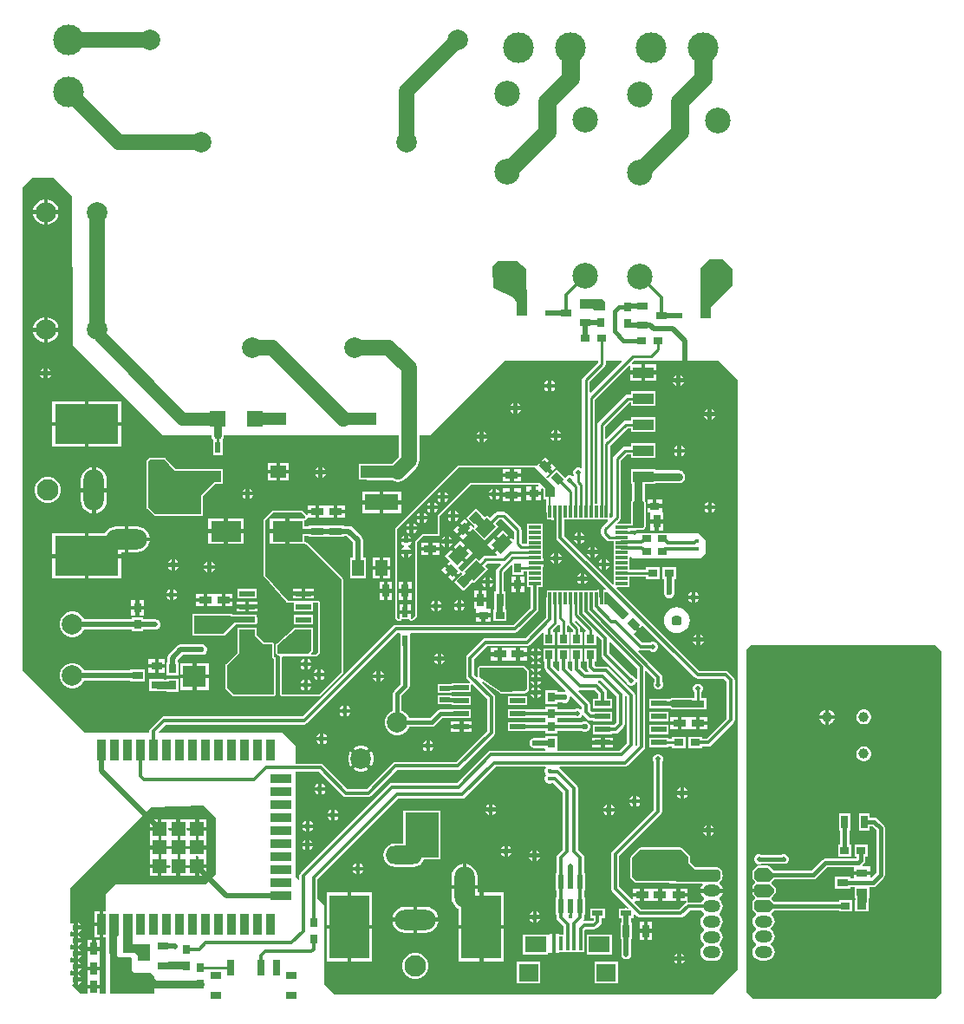
<source format=gtl>
G04*
G04 #@! TF.GenerationSoftware,Altium Limited,Altium Designer,22.10.1 (41)*
G04*
G04 Layer_Physical_Order=1*
G04 Layer_Color=255*
%FSLAX44Y44*%
%MOMM*%
G71*
G04*
G04 #@! TF.SameCoordinates,FF558BA5-466A-4189-8B58-D4AB7027BDE0*
G04*
G04*
G04 #@! TF.FilePolarity,Positive*
G04*
G01*
G75*
%ADD19C,0.2540*%
%ADD99C,2.1000*%
%ADD103R,0.7000X1.3000*%
%ADD104R,0.9652X0.7874*%
%ADD105R,1.1000X0.8000*%
G04:AMPARAMS|DCode=106|XSize=0.7874mm|YSize=0.9652mm|CornerRadius=0mm|HoleSize=0mm|Usage=FLASHONLY|Rotation=225.000|XOffset=0mm|YOffset=0mm|HoleType=Round|Shape=Rectangle|*
%AMROTATEDRECTD106*
4,1,4,-0.0629,0.6196,0.6196,-0.0629,0.0629,-0.6196,-0.6196,0.0629,-0.0629,0.6196,0.0*
%
%ADD106ROTATEDRECTD106*%

%ADD107R,0.3000X1.2000*%
%ADD108R,1.2000X0.3000*%
%ADD109R,1.3000X0.7000*%
G04:AMPARAMS|DCode=110|XSize=0.7874mm|YSize=0.9652mm|CornerRadius=0mm|HoleSize=0mm|Usage=FLASHONLY|Rotation=315.000|XOffset=0mm|YOffset=0mm|HoleType=Round|Shape=Rectangle|*
%AMROTATEDRECTD110*
4,1,4,-0.6196,-0.0629,0.0629,0.6196,0.6196,0.0629,-0.0629,-0.6196,-0.6196,-0.0629,0.0*
%
%ADD110ROTATEDRECTD110*%

G04:AMPARAMS|DCode=111|XSize=1.6mm|YSize=1.25mm|CornerRadius=0mm|HoleSize=0mm|Usage=FLASHONLY|Rotation=225.000|XOffset=0mm|YOffset=0mm|HoleType=Round|Shape=Rectangle|*
%AMROTATEDRECTD111*
4,1,4,0.1237,1.0076,1.0076,0.1237,-0.1237,-1.0076,-1.0076,-0.1237,0.1237,1.0076,0.0*
%
%ADD111ROTATEDRECTD111*%

%ADD112R,0.7874X0.9652*%
%ADD113R,1.5000X0.5000*%
%ADD114R,1.0000X0.5000*%
%ADD115R,1.0500X0.5500*%
%ADD116R,0.6000X1.3600*%
%ADD117R,0.4000X1.3500*%
%ADD118R,2.1000X1.6000*%
%ADD119R,1.9000X1.8000*%
%ADD120R,2.0000X1.1000*%
%ADD121R,3.3000X4.4000*%
%ADD122R,3.9000X6.2000*%
%ADD123R,0.5500X1.0500*%
%ADD124R,1.2000X1.6000*%
%ADD125R,3.3000X1.6000*%
%ADD126R,1.5500X1.2000*%
%ADD127R,1.6000X1.6000*%
%ADD128R,3.0000X2.0000*%
%ADD129R,1.3000X3.4000*%
%ADD130R,2.2500X2.1200*%
%ADD131R,0.7000X1.5000*%
%ADD132R,1.0000X0.8000*%
%ADD133R,0.9000X2.0000*%
%ADD134R,2.0000X0.9000*%
%ADD135R,1.3300X1.3300*%
%ADD136R,4.4000X3.3000*%
%ADD137R,6.2000X3.9000*%
%ADD138C,0.3810*%
%ADD139C,0.3741*%
%ADD140C,0.7620*%
%ADD141C,0.3048*%
%ADD142C,0.2794*%
%ADD143C,0.5080*%
%ADD144C,0.3493*%
%ADD145C,1.2700*%
%ADD146C,0.2032*%
%ADD147C,1.5240*%
%ADD148C,1.1430*%
%ADD149C,1.7780*%
%ADD150O,1.7000X1.2000*%
%ADD151C,1.0000*%
%ADD152C,3.0000*%
%ADD153C,2.5000*%
%ADD154O,3.6000X1.8000*%
%ADD155O,2.0000X4.0000*%
%ADD156O,4.0000X2.0000*%
%ADD157C,2.0000*%
%ADD158C,0.3000*%
%ADD159O,1.8000X3.6000*%
%ADD160C,0.5000*%
%ADD161C,0.4500*%
%ADD162C,0.6000*%
G36*
X625602Y681609D02*
X603758D01*
Y686943D01*
X625602D01*
Y681609D01*
D02*
G37*
G36*
X583946Y688086D02*
Y679704D01*
X574548D01*
X572262Y681990D01*
X559816D01*
Y690880D01*
X581152D01*
X583946Y688086D01*
D02*
G37*
G36*
X507238Y720788D02*
X507911Y679641D01*
X498221D01*
Y687768D01*
X494575Y692546D01*
X474853Y702246D01*
X474535Y722821D01*
X479933Y728218D01*
X498221D01*
X507238Y720788D01*
D02*
G37*
G36*
X709105Y720090D02*
Y704532D01*
X687197Y682625D01*
Y677482D01*
X677736D01*
Y721042D01*
X686245Y729551D01*
X699643D01*
X709105Y720090D01*
D02*
G37*
G36*
X551307Y679196D02*
Y674815D01*
X527431D01*
Y680148D01*
X551307D01*
Y679196D01*
D02*
G37*
G36*
X654500Y672333D02*
X639450D01*
Y677667D01*
X654500D01*
Y672333D01*
D02*
G37*
G36*
X583502Y665333D02*
X567667D01*
Y653000D01*
X562333D01*
Y670667D01*
X565000D01*
Y670667D01*
X583502D01*
Y665333D01*
D02*
G37*
G36*
X713486Y612394D02*
Y36068D01*
X689356Y11938D01*
X320040D01*
X309626Y22352D01*
Y98806D01*
X303385Y105047D01*
Y124282D01*
X382355Y203252D01*
X444500D01*
X445987Y203548D01*
X447247Y204390D01*
X477288Y234431D01*
X526015D01*
X526541Y233161D01*
X525999Y232619D01*
X525308Y230952D01*
Y229147D01*
X525999Y227480D01*
X526280Y227199D01*
X526880Y226279D01*
X526280Y225360D01*
X525999Y225079D01*
X525308Y223412D01*
Y221607D01*
X525999Y219940D01*
X527275Y218664D01*
X528942Y217973D01*
X530746D01*
X532413Y218664D01*
X532651Y218901D01*
X533424D01*
X543040Y209286D01*
Y153540D01*
X537921Y148421D01*
X537003Y147047D01*
X536680Y145425D01*
Y130503D01*
X536140D01*
Y113347D01*
X536680D01*
Y107003D01*
X536140D01*
Y89847D01*
X536680D01*
Y87144D01*
X537003Y85522D01*
X537921Y84147D01*
X543372Y78697D01*
Y70528D01*
X539040D01*
Y71290D01*
X536405D01*
Y62000D01*
Y52710D01*
X539040D01*
Y53472D01*
X564278D01*
Y61464D01*
X564385Y62000D01*
Y74513D01*
X565616Y75744D01*
X573659D01*
X575146Y76040D01*
X576406Y76882D01*
X579678Y80154D01*
X580520Y81414D01*
X580816Y82901D01*
Y86785D01*
X583959D01*
Y95841D01*
X569903D01*
Y86785D01*
X573046D01*
Y84510D01*
X572050Y83514D01*
X564007D01*
X563257Y84659D01*
X563833Y85522D01*
X564156Y87144D01*
Y89847D01*
X564696D01*
Y107003D01*
X564156D01*
Y113347D01*
X564696D01*
Y130503D01*
X564156D01*
Y145425D01*
X563833Y147047D01*
X562915Y148421D01*
X557796Y153540D01*
Y213642D01*
X557473Y215264D01*
X556555Y216639D01*
X540778Y232416D01*
X539663Y233161D01*
X539907Y234431D01*
X603504D01*
X604991Y234727D01*
X606251Y235569D01*
X622189Y251507D01*
X623031Y252767D01*
X623327Y254254D01*
Y327735D01*
X624501Y328221D01*
X632322Y320400D01*
Y317526D01*
X632149Y317353D01*
X631421Y315595D01*
Y313690D01*
X632149Y311931D01*
X633495Y310585D01*
X635255Y309856D01*
X637159D01*
X638918Y310585D01*
X640264Y311931D01*
X640993Y313690D01*
Y315595D01*
X640264Y317353D01*
X640091Y317526D01*
Y322009D01*
X639795Y323495D01*
X638953Y324755D01*
X616789Y346920D01*
X617023Y347400D01*
X617537Y347967D01*
X618807Y347715D01*
X628243D01*
X628415Y347542D01*
X630174Y346814D01*
X632079D01*
X633838Y347542D01*
X635184Y348889D01*
X635913Y350648D01*
Y352551D01*
X635184Y354310D01*
X633838Y355657D01*
X632079Y356385D01*
X630174D01*
X628415Y355657D01*
X628243Y355484D01*
X620417D01*
X613157Y362743D01*
X612584Y363776D01*
X615817Y367009D01*
X610608Y372217D01*
X613303Y374911D01*
X618511Y369703D01*
X621085Y372276D01*
X671814Y321548D01*
X673074Y320706D01*
X674560Y320410D01*
X700193D01*
X703124Y317478D01*
Y281581D01*
X683428Y261885D01*
X679104D01*
Y263715D01*
X665896D01*
Y252285D01*
X679104D01*
Y254115D01*
X685038D01*
X686524Y254411D01*
X687784Y255253D01*
X709756Y277225D01*
X710598Y278485D01*
X710894Y279972D01*
Y319088D01*
X710598Y320574D01*
X709756Y321834D01*
X704549Y327041D01*
X703289Y327883D01*
X701802Y328179D01*
X676170D01*
X595300Y409049D01*
X595786Y410222D01*
X608278D01*
Y419874D01*
X624332D01*
Y417785D01*
X637540D01*
Y429215D01*
X624332D01*
Y427126D01*
X608278D01*
Y438692D01*
X609548Y439218D01*
X610616Y438150D01*
X677926D01*
X682498Y442722D01*
Y455676D01*
X675894Y462280D01*
X647192D01*
Y462788D01*
X633984D01*
Y462280D01*
X631190D01*
Y462788D01*
X617982D01*
Y462280D01*
X610590D01*
X610213Y461903D01*
X609040Y462389D01*
Y465321D01*
X620510Y465434D01*
X620828Y465500D01*
X621147Y465556D01*
X621172Y465572D01*
X621202Y465578D01*
X621470Y465762D01*
X621744Y465936D01*
X623235Y467360D01*
X623247Y467377D01*
X623264Y467389D01*
X623450Y467666D01*
X623641Y467939D01*
X623646Y467960D01*
X623657Y467977D01*
X623722Y468304D01*
X623795Y468630D01*
X623791Y468650D01*
X623795Y468671D01*
Y492887D01*
X623657Y493581D01*
X623362Y494024D01*
Y494743D01*
X622973D01*
Y510501D01*
X633316D01*
Y511564D01*
X655563D01*
X656201Y511437D01*
X658580Y511910D01*
X660596Y513257D01*
X661944Y515273D01*
X662417Y517652D01*
X661944Y520031D01*
X660596Y522047D01*
X660469Y522174D01*
X658453Y523521D01*
X656074Y523994D01*
X633316D01*
Y525057D01*
X609760D01*
Y510501D01*
X610542D01*
Y494743D01*
X610154D01*
Y493972D01*
X610096Y493915D01*
X609703Y493327D01*
X609565Y492633D01*
Y471776D01*
X608278D01*
Y471778D01*
X596477D01*
X595991Y472951D01*
X598412Y475373D01*
X599226Y476591D01*
X599512Y478028D01*
Y533750D01*
X605186Y539424D01*
X609760D01*
Y535901D01*
X633316D01*
Y550457D01*
X609760D01*
Y546934D01*
X603631D01*
X602194Y546648D01*
X600976Y545834D01*
X593102Y537960D01*
X592288Y536742D01*
X592002Y535305D01*
Y479583D01*
X589951Y477533D01*
X588778Y478019D01*
Y481777D01*
X588969Y482063D01*
X589255Y483500D01*
Y547877D01*
X606202Y564824D01*
X609760D01*
Y561301D01*
X633316D01*
Y575857D01*
X609760D01*
Y572334D01*
X604647D01*
X603210Y572048D01*
X601992Y571234D01*
X585429Y554671D01*
X584255Y555157D01*
Y566753D01*
X607726Y590224D01*
X609760D01*
Y586701D01*
X633316D01*
Y601257D01*
X609760D01*
Y597734D01*
X606171D01*
X604734Y597448D01*
X603516Y596634D01*
X577845Y570963D01*
X577031Y569745D01*
X576745Y568308D01*
Y491278D01*
X574255D01*
Y592821D01*
X607728Y626293D01*
X608998Y625767D01*
Y621284D01*
X619633D01*
Y627419D01*
X610650D01*
X610124Y628689D01*
X612371Y630936D01*
X694944D01*
X713486Y612394D01*
D02*
G37*
G36*
X600576Y629763D02*
X570429Y599615D01*
X569255Y600101D01*
Y610554D01*
X583657Y624956D01*
X584471Y626174D01*
X584757Y627611D01*
Y630936D01*
X600090D01*
X600576Y629763D01*
D02*
G37*
G36*
X63754Y790956D02*
Y776478D01*
X64262Y669290D01*
Y646430D01*
X152908Y557784D01*
X199880D01*
X200252Y555914D01*
X201425Y554157D01*
X201466Y552904D01*
X201466Y552904D01*
X201466Y552904D01*
Y538848D01*
X210522D01*
Y552904D01*
X210522Y552904D01*
X210563Y554157D01*
X211736Y555914D01*
X212108Y557784D01*
X382947D01*
Y537285D01*
X376210Y530548D01*
X364588D01*
X364375Y530520D01*
X353000D01*
X350911Y530245D01*
X350870Y530228D01*
X343472D01*
Y514672D01*
X350870D01*
X350911Y514655D01*
X353000Y514380D01*
X364560D01*
X364773Y514408D01*
X376515D01*
X377274Y513825D01*
X379684Y512827D01*
X382270Y512486D01*
X384856Y512827D01*
X387266Y513825D01*
X389335Y515413D01*
X400003Y526081D01*
X401591Y528150D01*
X402589Y530560D01*
X402929Y533146D01*
Y557784D01*
X413258D01*
X486410Y630936D01*
X577247D01*
Y629166D01*
X562845Y614764D01*
X562031Y613546D01*
X561745Y612109D01*
Y526437D01*
X560475Y525887D01*
X558990Y526502D01*
X557086D01*
X555327Y525773D01*
X553981Y524427D01*
X553252Y522668D01*
Y520764D01*
X553849Y519322D01*
X553672Y518644D01*
X552448Y518184D01*
X552277Y518191D01*
X550608Y518882D01*
X548704D01*
X546945Y518153D01*
X545599Y516807D01*
X544989Y516686D01*
X536962Y524712D01*
X529025Y516774D01*
X527721Y516870D01*
X527125Y517748D01*
X530137Y520761D01*
X524929Y525969D01*
X519720Y531178D01*
X517125Y528582D01*
X516024Y528105D01*
X515330Y528243D01*
X441170D01*
X440476Y528105D01*
X439888Y527712D01*
X379598Y467422D01*
X379205Y466834D01*
X379067Y466140D01*
Y379965D01*
X379095Y379828D01*
X379088Y379688D01*
X379163Y379484D01*
X379205Y379272D01*
X379283Y379155D01*
X379331Y379024D01*
X379478Y378864D01*
X379598Y378683D01*
X379714Y378606D01*
X379809Y378503D01*
X381359Y377368D01*
X381556Y377276D01*
X381736Y377155D01*
X381873Y377128D01*
X382000Y377069D01*
X382217Y377060D01*
X382430Y377017D01*
X383838D01*
X384532Y377155D01*
X385120Y377548D01*
X385513Y378136D01*
X385543Y378290D01*
X392740D01*
X392743Y378276D01*
X392908Y378030D01*
X393056Y377773D01*
X393103Y377737D01*
X393136Y377688D01*
X393383Y377523D01*
X393618Y377343D01*
X393675Y377328D01*
X393724Y377295D01*
X394015Y377237D01*
X394301Y377161D01*
X395571Y377079D01*
X395630Y377087D01*
X395688Y377075D01*
X395979Y377133D01*
X396272Y377172D01*
X396324Y377202D01*
X396382Y377213D01*
X396628Y377378D01*
X396885Y377526D01*
X396921Y377573D01*
X396970Y377606D01*
X400462Y381098D01*
X400855Y381686D01*
X400993Y382380D01*
Y454139D01*
X406921Y460067D01*
X421070Y460067D01*
X421764Y460205D01*
X422352Y460598D01*
X422745Y461186D01*
X422883Y461880D01*
Y479069D01*
X453303Y509489D01*
X519201D01*
X519447Y509143D01*
X518793Y507873D01*
X516403D01*
Y503301D01*
X521864D01*
Y505915D01*
X523037Y506401D01*
X523896Y505542D01*
Y495681D01*
X527133D01*
Y493649D01*
X527133Y493649D01*
Y483500D01*
X527222Y483054D01*
Y475722D01*
X531460D01*
Y474960D01*
X536639D01*
Y458331D01*
X536935Y456844D01*
X537777Y455584D01*
X585413Y407948D01*
X584525Y407040D01*
X582405D01*
Y406278D01*
X582221D01*
Y398500D01*
X579404D01*
X579113Y399963D01*
X578778Y400464D01*
Y406278D01*
X578595D01*
Y407040D01*
X576460D01*
Y406278D01*
X527222D01*
Y400452D01*
X526911Y399987D01*
X526615Y398500D01*
Y380471D01*
X506137Y359993D01*
X467551D01*
X466064Y359697D01*
X464804Y358855D01*
X449564Y343615D01*
X448722Y342355D01*
X448426Y340868D01*
Y322771D01*
X448722Y321284D01*
X449564Y320024D01*
X452489Y317098D01*
X451963Y315828D01*
X434722D01*
Y315828D01*
X434278Y315278D01*
X420722D01*
Y306722D01*
X434278D01*
Y306722D01*
X434722Y307272D01*
X453278D01*
Y314513D01*
X454548Y315039D01*
X469127Y300460D01*
Y269643D01*
X438573Y239089D01*
X379412D01*
X377926Y238793D01*
X376666Y237951D01*
X351324Y212609D01*
X332698D01*
X309007Y236300D01*
X307747Y237142D01*
X306261Y237438D01*
X281686D01*
Y255016D01*
X268986Y267716D01*
X148885D01*
X148399Y268889D01*
X155089Y275579D01*
X290195D01*
X291682Y275875D01*
X292942Y276717D01*
X381466Y365241D01*
X383701D01*
X384600Y364346D01*
X384600Y363971D01*
Y350290D01*
X384855D01*
Y315206D01*
X378232Y308584D01*
X377306Y307197D01*
X376981Y305562D01*
Y289214D01*
X376536Y289095D01*
X373735Y287478D01*
X371447Y285191D01*
X369830Y282389D01*
X368993Y279264D01*
Y276029D01*
X369830Y272904D01*
X371447Y270103D01*
X373735Y267815D01*
X376536Y266198D01*
X379661Y265361D01*
X382896D01*
X386021Y266198D01*
X388823Y267815D01*
X391110Y270103D01*
X392727Y272904D01*
X392853Y273374D01*
X414934D01*
X416569Y273699D01*
X417955Y274625D01*
X425207Y281877D01*
X434722D01*
Y281872D01*
X453278D01*
Y290428D01*
X434722D01*
Y290423D01*
X423437D01*
X421802Y290098D01*
X420415Y289172D01*
X413164Y281920D01*
X392853D01*
X392727Y282389D01*
X391110Y285191D01*
X388823Y287478D01*
X386021Y289095D01*
X385527Y289228D01*
Y303792D01*
X392150Y310414D01*
X393076Y311801D01*
X393401Y313436D01*
Y350290D01*
X393656D01*
Y363971D01*
X393656Y364346D01*
X394555Y365241D01*
X496380D01*
X497866Y365537D01*
X499126Y366379D01*
X518247Y385499D01*
X519089Y386759D01*
X519385Y388246D01*
Y410222D01*
X523278D01*
Y420222D01*
Y429460D01*
X524040D01*
Y431595D01*
X523279D01*
Y431778D01*
X516995D01*
X516888Y431850D01*
X515500Y432126D01*
Y434874D01*
X516888Y435150D01*
X516995Y435221D01*
X523279D01*
Y435405D01*
X524040D01*
Y437540D01*
X523278D01*
Y450222D01*
Y460222D01*
Y471778D01*
X507722D01*
Y465222D01*
Y452255D01*
X504031D01*
X502865Y453421D01*
Y465455D01*
X502579Y466892D01*
X501765Y468110D01*
X487732Y482144D01*
X486513Y482958D01*
X485076Y483244D01*
X479300D01*
X477863Y482958D01*
X476645Y482144D01*
X471874Y477373D01*
X468853Y480394D01*
X467323Y478864D01*
X466165Y478593D01*
X458083Y486675D01*
X448743Y477336D01*
X456489Y469590D01*
X456511Y469341D01*
X456285Y468208D01*
X455416Y467790D01*
X452694Y470511D01*
X448833Y466649D01*
X452066Y463416D01*
X454288Y465638D01*
X455243Y466347D01*
X456079Y465511D01*
X466378Y455213D01*
X480206Y469041D01*
X477184Y472062D01*
X480856Y475733D01*
X483521D01*
X495355Y463900D01*
Y456629D01*
X494182Y456143D01*
X491972Y458353D01*
X484519Y450900D01*
X477066Y443447D01*
X478768Y441745D01*
X478282Y440572D01*
X467741D01*
X466304Y440286D01*
X465086Y439472D01*
X461267Y435653D01*
X458246Y438675D01*
X445316Y425745D01*
X445203Y425631D01*
X444564Y425470D01*
Y425470D01*
X444053Y425342D01*
X443579Y425815D01*
X440818Y428576D01*
X446321Y434078D01*
X440105Y440293D01*
X433890Y446509D01*
X427784Y440403D01*
X433032Y435155D01*
X430403Y432526D01*
X435611Y427317D01*
X440820Y422109D01*
X443155Y424444D01*
X443268Y424557D01*
X443543Y424626D01*
X444071Y424271D01*
X444244Y422659D01*
X436869Y415284D01*
X446208Y405944D01*
X454290Y414026D01*
X455466Y413798D01*
X455771Y413493D01*
X469599Y427322D01*
X466578Y430343D01*
X469296Y433061D01*
X481900D01*
X482387Y431888D01*
X478936Y428438D01*
X478150Y427262D01*
X477874Y425874D01*
X477874Y425874D01*
Y405778D01*
X476222D01*
Y389222D01*
X476222D01*
X476142Y387985D01*
X474896D01*
Y376555D01*
X488104D01*
Y387985D01*
X486858D01*
X486778Y389222D01*
X486778D01*
Y405778D01*
X485126D01*
Y424372D01*
X492112Y431358D01*
X493285Y430872D01*
Y421896D01*
X504715D01*
Y424874D01*
X507722D01*
Y420222D01*
Y410222D01*
X511615D01*
Y389855D01*
X494770Y373010D01*
X379857D01*
X378370Y372714D01*
X377110Y371872D01*
X288586Y283348D01*
X153479D01*
X151993Y283052D01*
X150733Y282210D01*
X140453Y271931D01*
X139611Y270671D01*
X139315Y269184D01*
Y267716D01*
X76708D01*
X15748Y328676D01*
Y800608D01*
X24384Y809244D01*
X45466D01*
X63754Y790956D01*
D02*
G37*
G36*
X535242Y506519D02*
Y497713D01*
X533867D01*
Y501396D01*
X533610Y502684D01*
X532881Y503777D01*
X531788Y504506D01*
X530500Y504763D01*
X529212Y504506D01*
X528119Y503777D01*
X527390Y502684D01*
X527133Y501396D01*
Y497713D01*
X525780D01*
Y506222D01*
X520700Y511302D01*
X452552D01*
X421070Y479820D01*
Y461880D01*
X406170Y461880D01*
X399180Y454890D01*
Y382380D01*
X395688Y378888D01*
X394418Y378970D01*
Y383413D01*
X389128D01*
X383838D01*
Y378830D01*
X382430D01*
X380880Y379965D01*
Y466140D01*
X441170Y526430D01*
X515330D01*
X535242Y506519D01*
D02*
G37*
G36*
X621982Y492887D02*
Y468671D01*
X620492Y467247D01*
X606235Y467106D01*
Y469963D01*
X610933D01*
X611378Y470598D01*
Y492633D01*
X612331Y493586D01*
X621284D01*
X621982Y492887D01*
D02*
G37*
G36*
X468408Y473297D02*
X462185Y467011D01*
X462121D01*
Y467074D01*
X455009Y474186D01*
Y474250D01*
X461232Y480473D01*
X468408Y473297D01*
D02*
G37*
G36*
X457136Y420052D02*
Y419989D01*
X457073D01*
X449961Y412877D01*
X449897D01*
X443675Y419100D01*
X450850Y426275D01*
X457136Y420052D01*
D02*
G37*
G36*
X586967Y474549D02*
X581481Y469063D01*
X580667Y467845D01*
X580381Y466408D01*
Y462534D01*
X580667Y461097D01*
X581481Y459879D01*
X585515Y455845D01*
X586734Y455031D01*
X588171Y454745D01*
X592722D01*
Y445222D01*
Y435222D01*
Y425222D01*
Y413286D01*
X591549Y412800D01*
X544409Y459940D01*
Y475722D01*
X586481D01*
X586967Y474549D01*
D02*
G37*
G36*
X484759Y382016D02*
X478155D01*
Y398018D01*
X484759Y398272D01*
Y382016D01*
D02*
G37*
G36*
X607060Y384810D02*
Y383794D01*
X601726Y378460D01*
X601218D01*
X586740Y392938D01*
X584454D01*
Y404368D01*
X587502D01*
X607060Y384810D01*
D02*
G37*
G36*
X565598Y367374D02*
X565072Y366104D01*
X564285D01*
Y352896D01*
X575715D01*
Y361697D01*
X576888Y362183D01*
X580823Y358248D01*
Y343471D01*
X581119Y341985D01*
X581961Y340725D01*
X604878Y317808D01*
Y317564D01*
X605606Y315805D01*
X606953Y314459D01*
X608712Y313730D01*
X610616D01*
X612374Y314459D01*
X613721Y315805D01*
X614288Y317174D01*
X615558Y316921D01*
Y255863D01*
X614702Y255008D01*
X613532Y255633D01*
X613548Y255714D01*
Y304292D01*
X613252Y305779D01*
X612410Y307039D01*
X588217Y331232D01*
X586957Y332074D01*
X585470Y332370D01*
X574887D01*
X573885Y333373D01*
Y336894D01*
X575715D01*
Y350102D01*
X564285D01*
Y336894D01*
X566115D01*
Y331763D01*
X566411Y330277D01*
X567253Y329017D01*
X568406Y327864D01*
X567920Y326691D01*
X565508D01*
X560738Y331461D01*
Y336894D01*
X562215D01*
Y350102D01*
X550785D01*
Y336894D01*
X552262D01*
Y329706D01*
X552508Y328469D01*
X551338Y327844D01*
X547738Y331444D01*
Y336894D01*
X549215D01*
Y350102D01*
X537785D01*
Y336894D01*
X539262D01*
Y329688D01*
X539477Y328610D01*
X538306Y327985D01*
X533738Y332553D01*
Y336894D01*
X535215D01*
Y350102D01*
X523785D01*
Y336894D01*
X525262D01*
Y330798D01*
X525585Y329176D01*
X526503Y327802D01*
X545616Y308689D01*
X545090Y307419D01*
X543525D01*
X542642Y307054D01*
X537718D01*
Y308737D01*
X526288D01*
Y295529D01*
X537718D01*
Y297213D01*
X542642D01*
X543525Y296847D01*
X545628D01*
X547570Y297652D01*
X549057Y299139D01*
X549862Y301082D01*
Y302647D01*
X551132Y303173D01*
X561293Y293012D01*
Y290923D01*
X560120Y290436D01*
X559987Y290569D01*
X558228Y291298D01*
X556324D01*
X554565Y290569D01*
X554428Y290433D01*
X537718D01*
Y292735D01*
X526288D01*
Y290242D01*
X524333D01*
X524237Y290261D01*
X508278D01*
Y290428D01*
X489722D01*
Y281872D01*
X508278D01*
Y282039D01*
X524160D01*
X524256Y282020D01*
X526288D01*
Y277542D01*
X524333D01*
X524237Y277561D01*
X508278D01*
Y277728D01*
X489722D01*
Y269172D01*
X508278D01*
Y269339D01*
X524160D01*
X524256Y269320D01*
X526288D01*
Y266827D01*
X537718D01*
Y269320D01*
X561151D01*
X561521Y268950D01*
X563464Y268145D01*
X565566D01*
X567509Y268950D01*
X568996Y270437D01*
X569801Y272379D01*
Y274482D01*
X568996Y276425D01*
X567509Y277912D01*
X565566Y278717D01*
X563464D01*
X561521Y277912D01*
X561151Y277542D01*
X537718D01*
Y282210D01*
X555155D01*
X556324Y281726D01*
X558228D01*
X559987Y282455D01*
X561333Y283801D01*
X561503Y284210D01*
X562946Y284374D01*
X566966Y280354D01*
X568341Y279435D01*
X569963Y279112D01*
X572722D01*
Y279072D01*
X591278D01*
Y287628D01*
X572722D01*
X572722Y287628D01*
Y287628D01*
X571518Y287788D01*
X569769Y289537D01*
Y294767D01*
X569446Y296389D01*
X568528Y297764D01*
X558239Y308052D01*
X558396Y308600D01*
X558865Y309222D01*
X559943Y309008D01*
X573809D01*
X577762Y305054D01*
Y300328D01*
X572722D01*
Y291772D01*
X591278D01*
Y300328D01*
X586238D01*
Y306810D01*
X585915Y308431D01*
X584997Y309806D01*
X578560Y316242D01*
X577508Y316945D01*
X577893Y318215D01*
X580159D01*
X595139Y303235D01*
Y277536D01*
X592543Y274940D01*
X591278Y274928D01*
Y274928D01*
X572722D01*
Y266372D01*
X591278D01*
Y266412D01*
X594246D01*
X595868Y266735D01*
X597243Y267654D01*
X602373Y272784D01*
X603292Y274159D01*
X603614Y275781D01*
Y303188D01*
X604788Y303674D01*
X605779Y302683D01*
Y257324D01*
X598466Y250011D01*
X538651D01*
X537718Y250825D01*
X537718Y251281D01*
Y264033D01*
X526288D01*
Y262381D01*
X518075D01*
X517116Y262778D01*
X515013D01*
X513070Y261974D01*
X511583Y260487D01*
X510779Y258544D01*
Y256441D01*
X511583Y254498D01*
X513070Y253011D01*
X515013Y252206D01*
X517116D01*
X517922Y252540D01*
X525390D01*
X525973Y251957D01*
X525936Y250518D01*
X525355Y250011D01*
X472884D01*
X471398Y249715D01*
X470138Y248873D01*
X439779Y218515D01*
X376428D01*
X374941Y218219D01*
X373681Y217377D01*
X286940Y130636D01*
X286098Y129376D01*
X285802Y127889D01*
Y124289D01*
X284629Y123803D01*
X281686Y126746D01*
Y229668D01*
X304651D01*
X328342Y205978D01*
X329602Y205136D01*
X331089Y204840D01*
X352933D01*
X354420Y205136D01*
X355680Y205978D01*
X381022Y231319D01*
X440182D01*
X441669Y231615D01*
X442929Y232457D01*
X475758Y265287D01*
X476600Y266547D01*
X476896Y268034D01*
Y302069D01*
X476600Y303556D01*
X475758Y304816D01*
X463833Y316742D01*
X464640Y317731D01*
X481908Y306325D01*
X482071Y306259D01*
X482218Y306161D01*
X482396Y306126D01*
X482563Y306058D01*
X482739Y306059D01*
X482912Y306025D01*
X504635Y306087D01*
X505930D01*
X506624Y306225D01*
X507212Y306618D01*
X507866Y307272D01*
X508278D01*
Y307684D01*
X509162Y308568D01*
X509555Y309156D01*
X509693Y309850D01*
Y327620D01*
X509555Y328314D01*
X509162Y328902D01*
X505992Y332072D01*
X505404Y332465D01*
X504710Y332603D01*
X461836D01*
X461142Y332465D01*
X460554Y332072D01*
X460161Y331484D01*
X460023Y330790D01*
Y322348D01*
X458753Y321822D01*
X456195Y324380D01*
Y339259D01*
X469160Y352223D01*
X507746D01*
X509233Y352519D01*
X510493Y353361D01*
X522515Y365383D01*
X523785Y364857D01*
Y352896D01*
X535215D01*
Y366104D01*
X533289D01*
X533194Y367374D01*
X538064Y372244D01*
X538064Y372244D01*
X538604Y373053D01*
X539874Y372668D01*
Y366104D01*
X537785D01*
Y352896D01*
X549215D01*
Y366104D01*
X547126D01*
Y371946D01*
X548396Y372472D01*
X552874Y367993D01*
Y366104D01*
X550785D01*
Y352896D01*
X562215D01*
Y366104D01*
X560126D01*
Y369495D01*
X560126Y369495D01*
X559850Y370882D01*
X559064Y372059D01*
X559064Y372059D01*
X554963Y376159D01*
X554972Y376203D01*
X556350Y376622D01*
X565598Y367374D01*
D02*
G37*
G36*
X615558Y330339D02*
Y320111D01*
X614288Y319858D01*
X613721Y321227D01*
X612374Y322573D01*
X610616Y323302D01*
X610371D01*
X588593Y345081D01*
Y355644D01*
X589766Y356130D01*
X615558Y330339D01*
D02*
G37*
G36*
X437579Y309181D02*
X431228D01*
Y313182D01*
X437579D01*
Y309181D01*
D02*
G37*
G36*
X507880Y327620D02*
Y309850D01*
X505930Y307900D01*
X504630D01*
X482907Y307838D01*
X461836Y321756D01*
Y330790D01*
X504710D01*
X507880Y327620D01*
D02*
G37*
G36*
X204059Y184625D02*
Y129190D01*
X194090Y119220D01*
X106203D01*
X96901Y109918D01*
Y93040D01*
X94305D01*
Y80500D01*
Y67960D01*
X96901D01*
Y12764D01*
X91040D01*
Y17595D01*
X85000D01*
X78960D01*
Y12764D01*
X72327D01*
X63843Y20733D01*
X64635Y21731D01*
X65148Y21388D01*
X65405Y21337D01*
Y26607D01*
Y31876D01*
X65148Y31825D01*
X63316Y30601D01*
X63183Y30401D01*
X61912Y30786D01*
Y35190D01*
X63183Y35575D01*
X63316Y35376D01*
X65148Y34151D01*
X65405Y34100D01*
Y39370D01*
Y44640D01*
X65148Y44589D01*
X63316Y43364D01*
X63183Y43165D01*
X61912Y43550D01*
Y47890D01*
X63183Y48275D01*
X63316Y48076D01*
X65148Y46851D01*
X65405Y46800D01*
Y52070D01*
Y57340D01*
X65148Y57289D01*
X63316Y56064D01*
X63183Y55865D01*
X61912Y56250D01*
Y60590D01*
X63183Y60975D01*
X63316Y60776D01*
X65148Y59551D01*
X65405Y59500D01*
Y64770D01*
Y70040D01*
X65148Y69989D01*
X63316Y68764D01*
X63183Y68565D01*
X61912Y68950D01*
Y73290D01*
X63183Y73675D01*
X63316Y73476D01*
X65148Y72251D01*
X65405Y72200D01*
Y77470D01*
Y82740D01*
X65148Y82689D01*
X63316Y81464D01*
X63183Y81264D01*
X61912Y81650D01*
Y115694D01*
X141448Y195230D01*
X192121Y196563D01*
X204059Y184625D01*
D02*
G37*
G36*
X122682Y60897D02*
X139890D01*
Y44704D01*
X127571D01*
Y49847D01*
X124714Y52705D01*
X113284D01*
Y90615D01*
X122555Y90678D01*
X122682Y60897D01*
D02*
G37*
G36*
X175578Y36131D02*
X157734D01*
Y43878D01*
X175578D01*
Y36131D01*
D02*
G37*
G36*
X109728Y90551D02*
Y70358D01*
X107633Y68263D01*
Y50165D01*
X109537Y48260D01*
X121412D01*
X122365Y47308D01*
X122365Y35266D01*
X124204Y32829D01*
X140970D01*
X143954Y29845D01*
Y27877D01*
X145923Y25908D01*
Y19177D01*
X143954Y17208D01*
Y12573D01*
X100647D01*
X100330Y90615D01*
X100647Y90932D01*
X109347D01*
X109728Y90551D01*
D02*
G37*
G36*
X912463Y347320D02*
Y12878D01*
X906977Y7391D01*
X729151D01*
X722655Y13887D01*
X721938Y348571D01*
X726300Y352933D01*
X906850D01*
X912463Y347320D01*
D02*
G37*
%LPC*%
G36*
X634078Y627419D02*
X623443D01*
Y621284D01*
X634078D01*
Y627419D01*
D02*
G37*
G36*
X657733Y616839D02*
Y613537D01*
X661035D01*
X660525Y614770D01*
X658966Y616329D01*
X657733Y616839D01*
D02*
G37*
G36*
X653923D02*
X652690Y616329D01*
X651131Y614770D01*
X650621Y613537D01*
X653923D01*
Y616839D01*
D02*
G37*
G36*
X634078Y617474D02*
X623443D01*
Y611339D01*
X634078D01*
Y617474D01*
D02*
G37*
G36*
X619633D02*
X608998D01*
Y611339D01*
X619633D01*
Y617474D01*
D02*
G37*
G36*
X661035Y609727D02*
X657733D01*
Y606425D01*
X658966Y606935D01*
X660525Y608494D01*
X661035Y609727D01*
D02*
G37*
G36*
X653923D02*
X650621D01*
X651131Y608494D01*
X652690Y606935D01*
X653923Y606425D01*
Y609727D01*
D02*
G37*
G36*
X688213Y583819D02*
Y580517D01*
X691515D01*
X691005Y581750D01*
X689446Y583309D01*
X688213Y583819D01*
D02*
G37*
G36*
X684403D02*
X683170Y583309D01*
X681611Y581750D01*
X681101Y580517D01*
X684403D01*
Y583819D01*
D02*
G37*
G36*
X691515Y576707D02*
X688213D01*
Y573405D01*
X689446Y573915D01*
X691005Y575474D01*
X691515Y576707D01*
D02*
G37*
G36*
X684403D02*
X681101D01*
X681611Y575474D01*
X683170Y573915D01*
X684403Y573405D01*
Y576707D01*
D02*
G37*
G36*
X658749Y548005D02*
Y544703D01*
X662051D01*
X661541Y545936D01*
X659982Y547495D01*
X658749Y548005D01*
D02*
G37*
G36*
X654939D02*
X653706Y547495D01*
X652147Y545936D01*
X651637Y544703D01*
X654939D01*
Y548005D01*
D02*
G37*
G36*
X662051Y540893D02*
X658749D01*
Y537591D01*
X659982Y538101D01*
X661541Y539660D01*
X662051Y540893D01*
D02*
G37*
G36*
X654939D02*
X651637D01*
X652147Y539660D01*
X653706Y538101D01*
X654939Y537591D01*
Y540893D01*
D02*
G37*
G36*
X640126Y495504D02*
X634664D01*
Y490933D01*
X640126D01*
Y495504D01*
D02*
G37*
G36*
X630854D02*
X625393D01*
Y490933D01*
X630854D01*
Y495504D01*
D02*
G37*
G36*
X688467Y492887D02*
Y489585D01*
X691769D01*
X691259Y490818D01*
X689700Y492377D01*
X688467Y492887D01*
D02*
G37*
G36*
X684657D02*
X683424Y492377D01*
X681865Y490818D01*
X681355Y489585D01*
X684657D01*
Y492887D01*
D02*
G37*
G36*
X691769Y485775D02*
X688467D01*
Y482473D01*
X689700Y482983D01*
X691259Y484542D01*
X691769Y485775D01*
D02*
G37*
G36*
X684657D02*
X681355D01*
X681865Y484542D01*
X683424Y482983D01*
X684657Y482473D01*
Y485775D01*
D02*
G37*
G36*
X640126Y487122D02*
X632760D01*
X625393D01*
Y482551D01*
X628719D01*
Y475933D01*
X634759D01*
X640799D01*
Y483068D01*
X640126D01*
Y487122D01*
D02*
G37*
G36*
X640799Y472122D02*
X636665D01*
Y464987D01*
X640799D01*
Y472122D01*
D02*
G37*
G36*
X632854D02*
X628719D01*
Y464987D01*
X632854D01*
Y472122D01*
D02*
G37*
G36*
X672465Y405003D02*
Y401701D01*
X675767D01*
X675257Y402934D01*
X673698Y404493D01*
X672465Y405003D01*
D02*
G37*
G36*
X668655D02*
X667422Y404493D01*
X665863Y402934D01*
X665353Y401701D01*
X668655D01*
Y405003D01*
D02*
G37*
G36*
X653542Y429215D02*
X640334D01*
Y417785D01*
X642018D01*
Y406429D01*
X641652Y405546D01*
Y403443D01*
X642457Y401501D01*
X643944Y400014D01*
X645887Y399209D01*
X647990D01*
X649932Y400014D01*
X651419Y401501D01*
X652224Y403443D01*
Y405546D01*
X651859Y406429D01*
Y417785D01*
X653542D01*
Y429215D01*
D02*
G37*
G36*
X675767Y397891D02*
X672465D01*
Y394589D01*
X673698Y395099D01*
X675257Y396658D01*
X675767Y397891D01*
D02*
G37*
G36*
X668655D02*
X665353D01*
X665863Y396658D01*
X667422Y395099D01*
X668655Y394589D01*
Y397891D01*
D02*
G37*
G36*
X654183Y390027D02*
X650894Y389594D01*
X647828Y388324D01*
X645196Y386304D01*
X643176Y383672D01*
X641906Y380607D01*
X641473Y377317D01*
X641906Y374027D01*
X643176Y370962D01*
X645196Y368330D01*
X647828Y366310D01*
X650894Y365040D01*
X654183Y364607D01*
X657473Y365040D01*
X660538Y366310D01*
X663171Y368330D01*
X665191Y370962D01*
X666460Y374027D01*
X666893Y377317D01*
X666460Y380607D01*
X665191Y383672D01*
X663171Y386304D01*
X660538Y388324D01*
X657473Y389594D01*
X654183Y390027D01*
D02*
G37*
G36*
X677291Y363855D02*
Y360553D01*
X680593D01*
X680083Y361786D01*
X678524Y363345D01*
X677291Y363855D01*
D02*
G37*
G36*
X673481D02*
X672248Y363345D01*
X670689Y361786D01*
X670179Y360553D01*
X673481D01*
Y363855D01*
D02*
G37*
G36*
X680593Y356743D02*
X677291D01*
Y353441D01*
X678524Y353951D01*
X680083Y355510D01*
X680593Y356743D01*
D02*
G37*
G36*
X673481D02*
X670179D01*
X670689Y355510D01*
X672248Y353951D01*
X673481Y353441D01*
Y356743D01*
D02*
G37*
G36*
X675849Y315441D02*
X673945D01*
X672186Y314712D01*
X670840Y313366D01*
X670111Y311607D01*
Y309703D01*
X670840Y307944D01*
X671374Y307409D01*
Y301278D01*
X668930D01*
X668928Y301278D01*
X650494D01*
X650492Y301278D01*
X648722D01*
Y300841D01*
X647483Y300484D01*
X646278Y300328D01*
X646278Y300328D01*
X646278Y300328D01*
X627722D01*
Y291772D01*
X646278D01*
X646278Y291772D01*
Y291772D01*
X647515Y291692D01*
X648722Y291289D01*
Y290722D01*
X665278D01*
Y290795D01*
X666722D01*
Y290722D01*
X683278D01*
Y301278D01*
X678626D01*
Y307615D01*
X678954Y307944D01*
X679683Y309703D01*
Y311607D01*
X678954Y313366D01*
X677608Y314712D01*
X675849Y315441D01*
D02*
G37*
G36*
X646278Y287628D02*
X627722D01*
Y279072D01*
X646278D01*
Y287628D01*
D02*
G37*
G36*
X684040Y283040D02*
X676905D01*
Y278905D01*
X684040D01*
Y283040D01*
D02*
G37*
G36*
X655095D02*
X647960D01*
Y278905D01*
X655095D01*
Y283040D01*
D02*
G37*
G36*
X684040Y275095D02*
X676905D01*
Y270960D01*
X684040D01*
Y275095D01*
D02*
G37*
G36*
X673095Y283040D02*
X658905D01*
Y277000D01*
Y270960D01*
X673095D01*
Y277000D01*
Y283040D01*
D02*
G37*
G36*
X655095Y275095D02*
X647960D01*
Y270960D01*
X655095D01*
Y275095D01*
D02*
G37*
G36*
X646278Y274928D02*
X627722D01*
Y266372D01*
X646278D01*
Y274928D01*
D02*
G37*
G36*
X663102Y263715D02*
X649894D01*
Y261576D01*
X646278D01*
Y262228D01*
X627722D01*
Y253672D01*
X646278D01*
Y254324D01*
X649894D01*
Y252285D01*
X663102D01*
Y263715D01*
D02*
G37*
G36*
X661543Y213995D02*
Y210693D01*
X664845D01*
X664335Y211926D01*
X662776Y213485D01*
X661543Y213995D01*
D02*
G37*
G36*
X657733D02*
X656500Y213485D01*
X654941Y211926D01*
X654431Y210693D01*
X657733D01*
Y213995D01*
D02*
G37*
G36*
X664845Y206883D02*
X661543D01*
Y203581D01*
X662776Y204091D01*
X664335Y205650D01*
X664845Y206883D01*
D02*
G37*
G36*
X657733D02*
X654431D01*
X654941Y205650D01*
X656500Y204091D01*
X657733Y203581D01*
Y206883D01*
D02*
G37*
G36*
X615061Y205867D02*
Y202565D01*
X618363D01*
X617853Y203798D01*
X616294Y205357D01*
X615061Y205867D01*
D02*
G37*
G36*
X611251D02*
X610018Y205357D01*
X608459Y203798D01*
X607949Y202565D01*
X611251D01*
Y205867D01*
D02*
G37*
G36*
X618363Y198755D02*
X615061D01*
Y195453D01*
X616294Y195963D01*
X617853Y197522D01*
X618363Y198755D01*
D02*
G37*
G36*
X611251D02*
X607949D01*
X608459Y197522D01*
X610018Y195963D01*
X611251Y195453D01*
Y198755D01*
D02*
G37*
G36*
X474599Y197739D02*
Y194437D01*
X477901D01*
X477391Y195670D01*
X475832Y197229D01*
X474599Y197739D01*
D02*
G37*
G36*
X470789D02*
X469556Y197229D01*
X467997Y195670D01*
X467487Y194437D01*
X470789D01*
Y197739D01*
D02*
G37*
G36*
X589915Y197485D02*
Y194183D01*
X593217D01*
X592707Y195416D01*
X591148Y196975D01*
X589915Y197485D01*
D02*
G37*
G36*
X586105D02*
X584872Y196975D01*
X583313Y195416D01*
X582803Y194183D01*
X586105D01*
Y197485D01*
D02*
G37*
G36*
X477901Y190627D02*
X474599D01*
Y187325D01*
X475832Y187835D01*
X477391Y189394D01*
X477901Y190627D01*
D02*
G37*
G36*
X470789D02*
X467487D01*
X467997Y189394D01*
X469556Y187835D01*
X470789Y187325D01*
Y190627D01*
D02*
G37*
G36*
X593217Y190373D02*
X589915D01*
Y187071D01*
X591148Y187581D01*
X592707Y189140D01*
X593217Y190373D01*
D02*
G37*
G36*
X586105D02*
X582803D01*
X583313Y189140D01*
X584872Y187581D01*
X586105Y187071D01*
Y190373D01*
D02*
G37*
G36*
X687197Y177673D02*
Y174371D01*
X690499D01*
X689989Y175604D01*
X688430Y177163D01*
X687197Y177673D01*
D02*
G37*
G36*
X683387D02*
X682154Y177163D01*
X680595Y175604D01*
X680085Y174371D01*
X683387D01*
Y177673D01*
D02*
G37*
G36*
X690499Y170561D02*
X687197D01*
Y167259D01*
X688430Y167769D01*
X689989Y169328D01*
X690499Y170561D01*
D02*
G37*
G36*
X683387D02*
X680085D01*
X680595Y169328D01*
X682154Y167769D01*
X683387Y167259D01*
Y170561D01*
D02*
G37*
G36*
X489585Y157099D02*
Y153797D01*
X492887D01*
X492377Y155030D01*
X490818Y156589D01*
X489585Y157099D01*
D02*
G37*
G36*
X485775D02*
X484542Y156589D01*
X482983Y155030D01*
X482473Y153797D01*
X485775D01*
Y157099D01*
D02*
G37*
G36*
X517271Y153035D02*
Y149733D01*
X520573D01*
X520063Y150966D01*
X518504Y152525D01*
X517271Y153035D01*
D02*
G37*
G36*
X513461D02*
X512228Y152525D01*
X510669Y150966D01*
X510159Y149733D01*
X513461D01*
Y153035D01*
D02*
G37*
G36*
X492887Y149987D02*
X489585D01*
Y146685D01*
X490818Y147195D01*
X492377Y148754D01*
X492887Y149987D01*
D02*
G37*
G36*
X485775D02*
X482473D01*
X482983Y148754D01*
X484542Y147195D01*
X485775Y146685D01*
Y149987D01*
D02*
G37*
G36*
X520573Y145923D02*
X517271D01*
Y142621D01*
X518504Y143131D01*
X520063Y144690D01*
X520573Y145923D01*
D02*
G37*
G36*
X513461D02*
X510159D01*
X510669Y144690D01*
X512228Y143131D01*
X513461Y142621D01*
Y145923D01*
D02*
G37*
G36*
X344805Y140081D02*
Y136779D01*
X348107D01*
X347597Y138012D01*
X346038Y139571D01*
X344805Y140081D01*
D02*
G37*
G36*
X340995D02*
X339762Y139571D01*
X338203Y138012D01*
X337693Y136779D01*
X340995D01*
Y140081D01*
D02*
G37*
G36*
X423778Y191278D02*
X387222D01*
Y159383D01*
X379000D01*
X376054Y158996D01*
X373308Y157858D01*
X370951Y156049D01*
X369142Y153692D01*
X368004Y150946D01*
X367617Y148000D01*
X368004Y145054D01*
X369142Y142308D01*
X370951Y139951D01*
X373308Y138142D01*
X376054Y137004D01*
X379000Y136617D01*
X397000D01*
X399946Y137004D01*
X402692Y138142D01*
X405049Y139951D01*
X406858Y142308D01*
X407444Y143722D01*
X423778D01*
Y191278D01*
D02*
G37*
G36*
X348107Y132969D02*
X344805D01*
Y129667D01*
X346038Y130177D01*
X347597Y131736D01*
X348107Y132969D01*
D02*
G37*
G36*
X340995D02*
X337693D01*
X338203Y131736D01*
X339762Y130177D01*
X340995Y129667D01*
Y132969D01*
D02*
G37*
G36*
X448905Y139397D02*
Y118905D01*
X459648D01*
Y127000D01*
X459217Y130274D01*
X457954Y133324D01*
X455944Y135944D01*
X453324Y137954D01*
X450274Y139217D01*
X448905Y139397D01*
D02*
G37*
G36*
X445095D02*
X443726Y139217D01*
X440676Y137954D01*
X438056Y135944D01*
X436046Y133324D01*
X434783Y130274D01*
X434352Y127000D01*
Y118905D01*
X445095D01*
Y139397D01*
D02*
G37*
G36*
X658216Y155586D02*
X618927D01*
X618233Y155448D01*
X617645Y155055D01*
X609275Y146685D01*
X608882Y146097D01*
X608744Y145403D01*
Y126653D01*
X608754Y126602D01*
X608747Y126551D01*
X608823Y126257D01*
X608882Y125960D01*
X608911Y125917D01*
X608924Y125866D01*
X609106Y125624D01*
X609275Y125372D01*
X609318Y125343D01*
X609349Y125301D01*
X613729Y121391D01*
X613986Y121240D01*
X614233Y121073D01*
X614289Y121061D01*
X614339Y121032D01*
X614634Y120991D01*
X614926Y120931D01*
X679395Y120559D01*
X679670Y119741D01*
X679742Y119287D01*
X678417Y117560D01*
X677556Y115483D01*
X677514Y115159D01*
X688376D01*
X699239D01*
X699197Y115483D01*
X698336Y117560D01*
X696967Y119344D01*
X695989Y120095D01*
X695879Y120310D01*
X695965Y121714D01*
X696786Y122344D01*
X697860Y123743D01*
X698158Y124042D01*
X698551Y124630D01*
X698689Y125323D01*
Y125463D01*
X698949Y126090D01*
X699234Y128253D01*
X698949Y130417D01*
X698689Y131044D01*
Y131933D01*
X698551Y132627D01*
X698158Y133215D01*
X695868Y135505D01*
X695280Y135898D01*
X694586Y136036D01*
X693739D01*
X693040Y136326D01*
X690876Y136611D01*
X685876D01*
X683713Y136326D01*
X683014Y136036D01*
X672517D01*
X667229Y141324D01*
Y146573D01*
X667091Y147267D01*
X666698Y147855D01*
X659498Y155055D01*
X658910Y155448D01*
X658216Y155586D01*
D02*
G37*
G36*
X664986Y115294D02*
X657851D01*
Y111159D01*
X664986D01*
Y115294D01*
D02*
G37*
G36*
X618541D02*
X611407D01*
Y111159D01*
X618541D01*
Y115294D01*
D02*
G37*
G36*
X636041D02*
X622351D01*
Y109254D01*
Y103214D01*
X636041D01*
Y109254D01*
Y115294D01*
D02*
G37*
G36*
X654041D02*
X639851D01*
Y109254D01*
Y103214D01*
X654041D01*
Y109254D01*
Y115294D01*
D02*
G37*
G36*
X636841Y246658D02*
X634937D01*
X633178Y245929D01*
X631832Y244583D01*
X631103Y242824D01*
Y240919D01*
X631832Y239160D01*
X632004Y238988D01*
Y192427D01*
X591359Y151781D01*
X590517Y150521D01*
X590221Y149035D01*
Y115633D01*
X590517Y114147D01*
X591359Y112887D01*
X607284Y96962D01*
X607244Y96867D01*
X606535Y95914D01*
X604931Y96234D01*
X603048Y95859D01*
X603021Y95841D01*
X597903D01*
Y86785D01*
X600010D01*
Y84753D01*
X600010Y84753D01*
Y82446D01*
X599653D01*
Y65890D01*
X600010D01*
Y51214D01*
X600145Y50538D01*
Y50262D01*
X600250Y50008D01*
X600385Y49331D01*
X600768Y48758D01*
X600874Y48503D01*
X601068Y48309D01*
X601452Y47735D01*
X602025Y47352D01*
X602220Y47157D01*
X602475Y47052D01*
X603048Y46669D01*
X603724Y46534D01*
X603979Y46428D01*
X604255D01*
X604931Y46294D01*
X605607Y46428D01*
X605883D01*
X606138Y46534D01*
X606814Y46669D01*
X607387Y47052D01*
X607642Y47157D01*
X607837Y47352D01*
X608410Y47735D01*
X608793Y48309D01*
X608988Y48503D01*
X609094Y48758D01*
X609477Y49331D01*
X609612Y50008D01*
X609717Y50262D01*
Y50538D01*
X609851Y51214D01*
Y65890D01*
X610209D01*
Y82446D01*
X609851D01*
Y84753D01*
X609851Y84753D01*
Y86785D01*
X611959D01*
Y90627D01*
X613132Y91114D01*
X615672Y88574D01*
X616932Y87732D01*
X618419Y87436D01*
X658375D01*
X659862Y87732D01*
X661122Y88574D01*
X666918Y94369D01*
X678517D01*
X678639Y94075D01*
X679967Y92344D01*
X681031Y91527D01*
Y89980D01*
X679967Y89163D01*
X678639Y87432D01*
X677804Y85417D01*
X677519Y83253D01*
X677804Y81090D01*
X678639Y79075D01*
X679967Y77344D01*
X681031Y76527D01*
Y74980D01*
X679967Y74163D01*
X678639Y72432D01*
X677804Y70417D01*
X677519Y68253D01*
X677804Y66090D01*
X678639Y64075D01*
X679967Y62344D01*
X681031Y61527D01*
Y59980D01*
X679967Y59163D01*
X678639Y57432D01*
X677804Y55417D01*
X677519Y53253D01*
X677804Y51090D01*
X678639Y49075D01*
X679967Y47344D01*
X681698Y46016D01*
X683713Y45181D01*
X685876Y44896D01*
X690876D01*
X693040Y45181D01*
X695055Y46016D01*
X696786Y47344D01*
X698114Y49075D01*
X698949Y51090D01*
X699234Y53253D01*
X698949Y55417D01*
X698114Y57432D01*
X696786Y59163D01*
X695722Y59980D01*
Y61527D01*
X696786Y62344D01*
X698114Y64075D01*
X698949Y66090D01*
X699234Y68253D01*
X698949Y70417D01*
X698114Y72432D01*
X696786Y74163D01*
X695722Y74980D01*
Y76527D01*
X696786Y77344D01*
X698114Y79075D01*
X698949Y81090D01*
X699234Y83253D01*
X698949Y85417D01*
X698114Y87432D01*
X696786Y89163D01*
X695722Y89980D01*
Y91527D01*
X696786Y92344D01*
X698114Y94075D01*
X698949Y96090D01*
X699234Y98253D01*
X698949Y100417D01*
X698114Y102432D01*
X696786Y104163D01*
X695965Y104793D01*
Y106394D01*
X696967Y107163D01*
X698336Y108947D01*
X699197Y111024D01*
X699239Y111348D01*
X688376D01*
X677514D01*
X677556Y111024D01*
X678417Y108947D01*
X679786Y107163D01*
X680788Y106394D01*
Y104793D01*
X679967Y104163D01*
X678639Y102432D01*
X678517Y102138D01*
X665587D01*
X665456Y102138D01*
X665088Y102982D01*
X664986Y103369D01*
X664986Y104145D01*
Y107348D01*
X657851D01*
Y103214D01*
X663781D01*
X663910Y103214D01*
X663913Y103213D01*
X664031Y103190D01*
X664223Y101960D01*
X664169Y101912D01*
X663822Y101842D01*
X662562Y101000D01*
X656766Y95205D01*
X620028D01*
X613193Y102040D01*
X613679Y103214D01*
X618541D01*
Y107348D01*
X611407D01*
Y105486D01*
X610233Y105000D01*
X597991Y117243D01*
Y147425D01*
X638636Y188071D01*
X639478Y189331D01*
X639774Y190818D01*
Y238988D01*
X639946Y239160D01*
X640675Y240919D01*
Y242824D01*
X639946Y244583D01*
X638600Y245929D01*
X636841Y246658D01*
D02*
G37*
G36*
X517525Y92837D02*
Y89535D01*
X520827D01*
X520317Y90768D01*
X518758Y92327D01*
X517525Y92837D01*
D02*
G37*
G36*
X513715D02*
X512482Y92327D01*
X510923Y90768D01*
X510413Y89535D01*
X513715D01*
Y92837D01*
D02*
G37*
G36*
X409000Y97648D02*
X400905D01*
Y86905D01*
X421397D01*
X421217Y88274D01*
X419954Y91324D01*
X417944Y93944D01*
X415324Y95954D01*
X412273Y97217D01*
X409000Y97648D01*
D02*
G37*
G36*
X397095D02*
X389000D01*
X385726Y97217D01*
X382676Y95954D01*
X380056Y93944D01*
X378046Y91324D01*
X376783Y88274D01*
X376603Y86905D01*
X397095D01*
Y97648D01*
D02*
G37*
G36*
X520827Y85725D02*
X517525D01*
Y82423D01*
X518758Y82933D01*
X520317Y84492D01*
X520827Y85725D01*
D02*
G37*
G36*
X513715D02*
X510413D01*
X510923Y84492D01*
X512482Y82933D01*
X513715Y82423D01*
Y85725D01*
D02*
G37*
G36*
X356540Y111540D02*
X336405D01*
Y79905D01*
X356540D01*
Y111540D01*
D02*
G37*
G36*
X332595D02*
X312460D01*
Y79905D01*
X332595D01*
Y111540D01*
D02*
G37*
G36*
X485540D02*
X465405D01*
Y79905D01*
X485540D01*
Y111540D01*
D02*
G37*
G36*
X459648Y115095D02*
X447000D01*
X434352D01*
Y107000D01*
X434783Y103726D01*
X436046Y100676D01*
X438056Y98056D01*
X440676Y96046D01*
X441460Y95722D01*
Y79905D01*
X461595D01*
Y111540D01*
X459648D01*
Y115095D01*
D02*
G37*
G36*
X629971Y83208D02*
X625836D01*
Y76073D01*
X629971D01*
Y83208D01*
D02*
G37*
G36*
X622026D02*
X617891D01*
Y76073D01*
X622026D01*
Y83208D01*
D02*
G37*
G36*
X421397Y83095D02*
X400905D01*
Y72352D01*
X409000D01*
X412273Y72783D01*
X415324Y74046D01*
X417944Y76056D01*
X419954Y78676D01*
X421217Y81726D01*
X421397Y83095D01*
D02*
G37*
G36*
X397095D02*
X376603D01*
X376783Y81726D01*
X378046Y78676D01*
X380056Y76056D01*
X382676Y74046D01*
X385726Y72783D01*
X389000Y72352D01*
X397095D01*
Y83095D01*
D02*
G37*
G36*
X629971Y72263D02*
X625836D01*
Y65128D01*
X629971D01*
Y72263D01*
D02*
G37*
G36*
X622026D02*
X617891D01*
Y65128D01*
X622026D01*
Y72263D01*
D02*
G37*
G36*
X590778Y70553D02*
X566222D01*
Y50997D01*
X590778D01*
Y70553D01*
D02*
G37*
G36*
X532595Y71290D02*
X529960D01*
Y70766D01*
X528778Y70553D01*
X528690Y70553D01*
X504222D01*
Y50997D01*
X528778D01*
Y52498D01*
X529960Y52710D01*
X530048Y52710D01*
X532595D01*
Y62000D01*
Y71290D01*
D02*
G37*
G36*
X658749Y52451D02*
Y49149D01*
X662051D01*
X661541Y50382D01*
X659982Y51941D01*
X658749Y52451D01*
D02*
G37*
G36*
X654939D02*
X653706Y51941D01*
X652147Y50382D01*
X651637Y49149D01*
X654939D01*
Y52451D01*
D02*
G37*
G36*
X485540Y76095D02*
X465405D01*
Y44460D01*
X485540D01*
Y76095D01*
D02*
G37*
G36*
X461595D02*
X441460D01*
Y44460D01*
X461595D01*
Y76095D01*
D02*
G37*
G36*
X356540Y76095D02*
X336405D01*
Y44460D01*
X356540D01*
Y76095D01*
D02*
G37*
G36*
X332595D02*
X312460D01*
Y44460D01*
X332595D01*
Y76095D01*
D02*
G37*
G36*
X662051Y45339D02*
X658749D01*
Y42037D01*
X659982Y42547D01*
X661541Y44106D01*
X662051Y45339D01*
D02*
G37*
G36*
X654939D02*
X651637D01*
X652147Y44106D01*
X653706Y42547D01*
X654939Y42037D01*
Y45339D01*
D02*
G37*
G36*
X400683Y52786D02*
X397317D01*
X394065Y51915D01*
X391149Y50231D01*
X388769Y47851D01*
X387085Y44935D01*
X386214Y41683D01*
Y38317D01*
X387085Y35065D01*
X388769Y32149D01*
X391149Y29769D01*
X394065Y28085D01*
X397317Y27214D01*
X400683D01*
X403935Y28085D01*
X406851Y29769D01*
X409231Y32149D01*
X410915Y35065D01*
X411786Y38317D01*
Y41683D01*
X410915Y44935D01*
X409231Y47851D01*
X406851Y50231D01*
X403935Y51915D01*
X400683Y52786D01*
D02*
G37*
G36*
X596778Y44278D02*
X574222D01*
Y22722D01*
X596778D01*
Y44278D01*
D02*
G37*
G36*
X520778D02*
X498222D01*
Y22722D01*
X520778D01*
Y44278D01*
D02*
G37*
%LPD*%
G36*
X654146Y382247D02*
X655140D01*
X656978Y381486D01*
X658384Y380079D01*
X659146Y378241D01*
X659146Y377247D01*
X659146D01*
Y376252D01*
X658384Y374414D01*
X656978Y373008D01*
X655140Y372247D01*
X653151D01*
X651313Y373008D01*
X649907Y374414D01*
X649146Y376252D01*
Y377247D01*
X649146Y378241D01*
X649907Y380079D01*
X651313Y381486D01*
X653151Y382247D01*
X654146Y382247D01*
D02*
G37*
G36*
X668928Y292608D02*
X650494D01*
X647446Y293626D01*
X629539D01*
Y298514D01*
X647192D01*
X650494Y299466D01*
X668928D01*
Y292608D01*
D02*
G37*
G36*
X665416Y146573D02*
Y140574D01*
X671767Y134223D01*
X694586D01*
X696877Y131933D01*
Y125323D01*
X693841Y122289D01*
X614936Y122744D01*
X610556Y126653D01*
Y145403D01*
X618927Y153773D01*
X658216D01*
X665416Y146573D01*
D02*
G37*
%LPC*%
G36*
X39905Y788472D02*
Y777905D01*
X50472D01*
X49685Y780840D01*
X48035Y783700D01*
X45700Y786034D01*
X42840Y787685D01*
X39905Y788472D01*
D02*
G37*
G36*
X36095Y788472D02*
X33160Y787685D01*
X30300Y786034D01*
X27966Y783700D01*
X26315Y780840D01*
X25528Y777905D01*
X36095D01*
Y788472D01*
D02*
G37*
G36*
Y774095D02*
X25528D01*
X26315Y771160D01*
X27966Y768300D01*
X30300Y765965D01*
X33160Y764315D01*
X36095Y763528D01*
Y774095D01*
D02*
G37*
G36*
X50472D02*
X39905D01*
Y763528D01*
X42840Y764315D01*
X45700Y765965D01*
X48035Y768300D01*
X49685Y771160D01*
X50472Y774095D01*
D02*
G37*
G36*
X39905Y673472D02*
Y662905D01*
X50472D01*
X49685Y665840D01*
X48035Y668700D01*
X45700Y671034D01*
X42840Y672685D01*
X39905Y673472D01*
D02*
G37*
G36*
X36095Y673472D02*
X33160Y672685D01*
X30300Y671034D01*
X27966Y668700D01*
X26315Y665840D01*
X25528Y662905D01*
X36095D01*
Y673472D01*
D02*
G37*
G36*
Y659095D02*
X25528D01*
X26315Y656160D01*
X27966Y653300D01*
X30300Y650965D01*
X33160Y649315D01*
X36095Y648528D01*
Y659095D01*
D02*
G37*
G36*
X50472D02*
X39905D01*
Y648528D01*
X42840Y649315D01*
X45700Y650965D01*
X48035Y653300D01*
X49685Y656160D01*
X50472Y659095D01*
D02*
G37*
G36*
X39751Y623951D02*
Y620649D01*
X43053D01*
X42543Y621882D01*
X40984Y623441D01*
X39751Y623951D01*
D02*
G37*
G36*
X35941D02*
X34708Y623441D01*
X33149Y621882D01*
X32639Y620649D01*
X35941D01*
Y623951D01*
D02*
G37*
G36*
X43053Y616839D02*
X39751D01*
Y613537D01*
X40984Y614047D01*
X42543Y615606D01*
X43053Y616839D01*
D02*
G37*
G36*
X35941D02*
X32639D01*
X33149Y615606D01*
X34708Y614047D01*
X35941Y613537D01*
Y616839D01*
D02*
G37*
G36*
X532003Y611505D02*
Y608203D01*
X535305D01*
X534795Y609436D01*
X533236Y610995D01*
X532003Y611505D01*
D02*
G37*
G36*
X528193D02*
X526960Y610995D01*
X525401Y609436D01*
X524891Y608203D01*
X528193D01*
Y611505D01*
D02*
G37*
G36*
X535305Y604393D02*
X532003D01*
Y601091D01*
X533236Y601601D01*
X534795Y603160D01*
X535305Y604393D01*
D02*
G37*
G36*
X528193D02*
X524891D01*
X525401Y603160D01*
X526960Y601601D01*
X528193Y601091D01*
Y604393D01*
D02*
G37*
G36*
X498729Y589915D02*
Y586613D01*
X502031D01*
X501521Y587846D01*
X499962Y589405D01*
X498729Y589915D01*
D02*
G37*
G36*
X494919D02*
X493686Y589405D01*
X492127Y587846D01*
X491617Y586613D01*
X494919D01*
Y589915D01*
D02*
G37*
G36*
X502031Y582803D02*
X498729D01*
Y579501D01*
X499962Y580011D01*
X501521Y581570D01*
X502031Y582803D01*
D02*
G37*
G36*
X494919D02*
X491617D01*
X492127Y581570D01*
X493686Y580011D01*
X494919Y579501D01*
Y582803D01*
D02*
G37*
G36*
X111540Y591040D02*
X79905D01*
Y570905D01*
X111540D01*
Y591040D01*
D02*
G37*
G36*
X76095D02*
X44460D01*
Y570905D01*
X76095D01*
Y591040D01*
D02*
G37*
G36*
X538099Y562991D02*
Y559689D01*
X541401D01*
X540891Y560922D01*
X539332Y562481D01*
X538099Y562991D01*
D02*
G37*
G36*
X534289D02*
X533056Y562481D01*
X531497Y560922D01*
X530987Y559689D01*
X534289D01*
Y562991D01*
D02*
G37*
G36*
X465709Y561975D02*
Y558673D01*
X469011D01*
X468501Y559906D01*
X466942Y561465D01*
X465709Y561975D01*
D02*
G37*
G36*
X461899D02*
X460666Y561465D01*
X459107Y559906D01*
X458597Y558673D01*
X461899D01*
Y561975D01*
D02*
G37*
G36*
X541401Y555879D02*
X538099D01*
Y552577D01*
X539332Y553087D01*
X540891Y554646D01*
X541401Y555879D01*
D02*
G37*
G36*
X534289D02*
X530987D01*
X531497Y554646D01*
X533056Y553087D01*
X534289Y552577D01*
Y555879D01*
D02*
G37*
G36*
X469011Y554863D02*
X465709D01*
Y551561D01*
X466942Y552071D01*
X468501Y553630D01*
X469011Y554863D01*
D02*
G37*
G36*
X461899D02*
X458597D01*
X459107Y553630D01*
X460666Y552071D01*
X461899Y551561D01*
Y554863D01*
D02*
G37*
G36*
X111540Y567095D02*
X79905D01*
Y546960D01*
X111540D01*
Y567095D01*
D02*
G37*
G36*
X76095D02*
X44460D01*
Y546960D01*
X76095D01*
Y567095D01*
D02*
G37*
G36*
X525647Y537105D02*
X522414Y533872D01*
X526276Y530010D01*
X529509Y533243D01*
X525647Y537105D01*
D02*
G37*
G36*
X275290Y530990D02*
X266905D01*
Y524355D01*
X275290D01*
Y530990D01*
D02*
G37*
G36*
X263095D02*
X254710D01*
Y524355D01*
X263095D01*
Y530990D01*
D02*
G37*
G36*
X308229Y527177D02*
Y523875D01*
X311531D01*
X311021Y525108D01*
X309462Y526667D01*
X308229Y527177D01*
D02*
G37*
G36*
X304419D02*
X303186Y526667D01*
X301627Y525108D01*
X301117Y523875D01*
X304419D01*
Y527177D01*
D02*
G37*
G36*
X532203Y530549D02*
X528970Y527316D01*
X532831Y523455D01*
X536064Y526688D01*
X532203Y530549D01*
D02*
G37*
G36*
X311531Y520065D02*
X308229D01*
Y516763D01*
X309462Y517273D01*
X311021Y518832D01*
X311531Y520065D01*
D02*
G37*
G36*
X304419D02*
X301117D01*
X301627Y518832D01*
X303186Y517273D01*
X304419Y516763D01*
Y520065D01*
D02*
G37*
G36*
X275290Y520545D02*
X266905D01*
Y513910D01*
X275290D01*
Y520545D01*
D02*
G37*
G36*
X263095D02*
X254710D01*
Y513910D01*
X263095D01*
Y520545D01*
D02*
G37*
G36*
X86905Y526897D02*
Y506405D01*
X97648D01*
Y514500D01*
X97217Y517774D01*
X95954Y520824D01*
X93944Y523444D01*
X91324Y525454D01*
X88274Y526717D01*
X86905Y526897D01*
D02*
G37*
G36*
X83095D02*
X81726Y526717D01*
X78676Y525454D01*
X76056Y523444D01*
X74046Y520824D01*
X72783Y517774D01*
X72352Y514500D01*
Y506405D01*
X83095D01*
Y526897D01*
D02*
G37*
G36*
X512593Y507873D02*
X507132D01*
Y503301D01*
X512593D01*
Y507873D01*
D02*
G37*
G36*
X237109Y506349D02*
Y503047D01*
X240411D01*
X239901Y504280D01*
X238342Y505839D01*
X237109Y506349D01*
D02*
G37*
G36*
X233299D02*
X232066Y505839D01*
X230507Y504280D01*
X229997Y503047D01*
X233299D01*
Y506349D01*
D02*
G37*
G36*
X477901Y505587D02*
Y502285D01*
X481203D01*
X480693Y503518D01*
X479134Y505077D01*
X477901Y505587D01*
D02*
G37*
G36*
X474091D02*
X472858Y505077D01*
X471299Y503518D01*
X470789Y502285D01*
X474091D01*
Y505587D01*
D02*
G37*
G36*
X502308Y506064D02*
X495173D01*
Y501929D01*
X502308D01*
Y506064D01*
D02*
G37*
G36*
X491363D02*
X484228D01*
Y501929D01*
X491363D01*
Y506064D01*
D02*
G37*
G36*
X240411Y499237D02*
X237109D01*
Y495935D01*
X238342Y496445D01*
X239901Y498004D01*
X240411Y499237D01*
D02*
G37*
G36*
X233299D02*
X229997D01*
X230507Y498004D01*
X232066Y496445D01*
X233299Y495935D01*
Y499237D01*
D02*
G37*
G36*
X481203Y498475D02*
X477901D01*
Y495173D01*
X479134Y495683D01*
X480693Y497242D01*
X481203Y498475D01*
D02*
G37*
G36*
X474091D02*
X470789D01*
X471299Y497242D01*
X472858Y495683D01*
X474091Y495173D01*
Y498475D01*
D02*
G37*
G36*
X521864Y499491D02*
X516403D01*
Y494919D01*
X521864D01*
Y499491D01*
D02*
G37*
G36*
X512593D02*
X507132D01*
Y494919D01*
X512593D01*
Y499491D01*
D02*
G37*
G36*
X385040Y503040D02*
X367905D01*
Y494405D01*
X385040D01*
Y503040D01*
D02*
G37*
G36*
X364095D02*
X346960D01*
Y494405D01*
X364095D01*
Y503040D01*
D02*
G37*
G36*
X502308Y498119D02*
X495173D01*
Y493984D01*
X502308D01*
Y498119D01*
D02*
G37*
G36*
X491363D02*
X484228D01*
Y493984D01*
X491363D01*
Y498119D01*
D02*
G37*
G36*
X41683Y517286D02*
X38317D01*
X35065Y516415D01*
X32149Y514731D01*
X29769Y512351D01*
X28085Y509435D01*
X27214Y506183D01*
Y502817D01*
X28085Y499565D01*
X29769Y496649D01*
X32149Y494269D01*
X35065Y492585D01*
X38317Y491714D01*
X41683D01*
X44935Y492585D01*
X47851Y494269D01*
X50231Y496649D01*
X51915Y499565D01*
X52786Y502817D01*
Y506183D01*
X51915Y509435D01*
X50231Y512351D01*
X47851Y514731D01*
X44935Y516415D01*
X41683Y517286D01*
D02*
G37*
G36*
X330040Y489540D02*
X322905D01*
Y485405D01*
X330040D01*
Y489540D01*
D02*
G37*
G36*
X301095D02*
X293960D01*
Y485405D01*
X301095D01*
Y489540D01*
D02*
G37*
G36*
X83095Y502595D02*
X72352D01*
Y494500D01*
X72783Y491226D01*
X74046Y488176D01*
X76056Y485556D01*
X78676Y483546D01*
X81726Y482283D01*
X83095Y482103D01*
Y502595D01*
D02*
G37*
G36*
X97648D02*
X86905D01*
Y482103D01*
X88274Y482283D01*
X91324Y483546D01*
X93944Y485556D01*
X95954Y488176D01*
X97217Y491226D01*
X97648Y494500D01*
Y502595D01*
D02*
G37*
G36*
X385040Y490595D02*
X367905D01*
Y481960D01*
X385040D01*
Y490595D01*
D02*
G37*
G36*
X364095D02*
X346960D01*
Y481960D01*
X364095D01*
Y490595D01*
D02*
G37*
G36*
X437769Y484505D02*
Y481203D01*
X441071D01*
X440561Y482436D01*
X439002Y483995D01*
X437769Y484505D01*
D02*
G37*
G36*
X433959D02*
X432726Y483995D01*
X431167Y482436D01*
X430657Y481203D01*
X433959D01*
Y484505D01*
D02*
G37*
G36*
X153924Y535975D02*
X139700D01*
X139006Y535837D01*
X138418Y535444D01*
X137148Y534174D01*
X136755Y533586D01*
X136617Y532892D01*
Y524504D01*
X136617Y524500D01*
Y506500D01*
X136617Y506496D01*
Y487680D01*
X136755Y486986D01*
X137148Y486398D01*
X143722Y479824D01*
Y479722D01*
X143860D01*
X144340Y479401D01*
X145034Y479263D01*
X189992D01*
X190686Y479401D01*
X191166Y479722D01*
X191278D01*
Y479800D01*
X191667Y480382D01*
X191805Y481076D01*
Y498613D01*
X203697Y510505D01*
X209042D01*
X209736Y510643D01*
X210042Y510848D01*
X210522D01*
Y511333D01*
X210717Y511624D01*
X210855Y512318D01*
Y523494D01*
X210717Y524188D01*
X210522Y524479D01*
Y524904D01*
X210132D01*
X209736Y525169D01*
X209042Y525307D01*
X164380D01*
X155268Y535378D01*
X155231Y535406D01*
X155206Y535444D01*
X154949Y535616D01*
X154700Y535800D01*
X154656Y535811D01*
X154618Y535837D01*
X154314Y535897D01*
X154015Y535973D01*
X153969Y535966D01*
X153924Y535975D01*
D02*
G37*
G36*
X330040Y481595D02*
X322905D01*
Y477460D01*
X330040D01*
Y481595D01*
D02*
G37*
G36*
X319095Y489540D02*
X304905D01*
Y483500D01*
Y477460D01*
X319095D01*
Y483500D01*
Y489540D01*
D02*
G37*
G36*
X441071Y477393D02*
X437769D01*
Y474091D01*
X439002Y474601D01*
X440561Y476160D01*
X441071Y477393D01*
D02*
G37*
G36*
X433959D02*
X430657D01*
X431167Y476160D01*
X432726Y474601D01*
X433959Y474091D01*
Y477393D01*
D02*
G37*
G36*
X446768Y476438D02*
X442906Y472576D01*
X446139Y469343D01*
X450000Y473205D01*
X446768Y476438D01*
D02*
G37*
G36*
X231540Y477040D02*
X215905D01*
Y466405D01*
X231540D01*
Y477040D01*
D02*
G37*
G36*
X212095D02*
X196460D01*
Y466405D01*
X212095D01*
Y477040D01*
D02*
G37*
G36*
X440212Y469882D02*
X436350Y466021D01*
X439583Y462788D01*
X443445Y466649D01*
X440212Y469882D01*
D02*
G37*
G36*
X127000Y469148D02*
X118905D01*
Y458405D01*
X139397D01*
X139217Y459774D01*
X137954Y462824D01*
X135944Y465444D01*
X133324Y467454D01*
X130274Y468717D01*
X127000Y469148D01*
D02*
G37*
G36*
X446139Y463955D02*
X442277Y460094D01*
X445510Y456861D01*
X449372Y460722D01*
X446139Y463955D01*
D02*
G37*
G36*
X431673Y459613D02*
Y456311D01*
X434975D01*
X434465Y457544D01*
X432906Y459103D01*
X431673Y459613D01*
D02*
G37*
G36*
X427863D02*
X426630Y459103D01*
X425071Y457544D01*
X424561Y456311D01*
X427863D01*
Y459613D01*
D02*
G37*
G36*
X484409Y465915D02*
X478303Y459809D01*
X483172Y454941D01*
X489277Y461047D01*
X484409Y465915D01*
D02*
G37*
G36*
X231540Y462595D02*
X215905D01*
Y451960D01*
X231540D01*
Y462595D01*
D02*
G37*
G36*
X212095D02*
X196460D01*
Y451960D01*
X212095D01*
Y462595D01*
D02*
G37*
G36*
X434975Y452501D02*
X431673D01*
Y449199D01*
X432906Y449709D01*
X434465Y451268D01*
X434975Y452501D01*
D02*
G37*
G36*
X427863D02*
X424561D01*
X425071Y451268D01*
X426630Y449709D01*
X427863Y449199D01*
Y452501D01*
D02*
G37*
G36*
X422476Y453232D02*
X415417D01*
Y449097D01*
X422552D01*
Y452647D01*
X422476Y453232D01*
D02*
G37*
G36*
X411607D02*
X404472D01*
Y449097D01*
X411607D01*
Y453232D01*
D02*
G37*
G36*
X475609Y457115D02*
X469503Y451010D01*
X474371Y446141D01*
X480477Y452247D01*
X475609Y457115D01*
D02*
G37*
G36*
X442690Y455309D02*
X436584Y449203D01*
X441452Y444334D01*
X447558Y450440D01*
X442690Y455309D01*
D02*
G37*
G36*
X139397Y454595D02*
X118905D01*
Y443852D01*
X127000D01*
X130274Y444283D01*
X133324Y445546D01*
X135944Y447556D01*
X137954Y450176D01*
X139217Y453226D01*
X139397Y454595D01*
D02*
G37*
G36*
X115095Y469148D02*
X107000D01*
X103726Y468717D01*
X100676Y467454D01*
X98056Y465444D01*
X96046Y462824D01*
X95722Y462040D01*
X79905D01*
Y441905D01*
X111540D01*
Y443852D01*
X115095D01*
Y456500D01*
Y469148D01*
D02*
G37*
G36*
X76095Y462040D02*
X44460D01*
Y441905D01*
X76095D01*
Y462040D01*
D02*
G37*
G36*
X422552Y445287D02*
X415417D01*
Y441152D01*
X422552D01*
Y445287D01*
D02*
G37*
G36*
X411607D02*
X404472D01*
Y441152D01*
X411607D01*
Y445287D01*
D02*
G37*
G36*
X538353Y443103D02*
Y439801D01*
X541655D01*
X541145Y441034D01*
X539586Y442593D01*
X538353Y443103D01*
D02*
G37*
G36*
X534543D02*
X533310Y442593D01*
X531751Y441034D01*
X531241Y439801D01*
X534543D01*
Y443103D01*
D02*
G37*
G36*
X450252Y447746D02*
X444146Y441640D01*
X449015Y436772D01*
X455121Y442878D01*
X450252Y447746D01*
D02*
G37*
G36*
X164465Y436753D02*
Y433451D01*
X167767D01*
X167257Y434684D01*
X165698Y436243D01*
X164465Y436753D01*
D02*
G37*
G36*
X160655D02*
X159422Y436243D01*
X157863Y434684D01*
X157353Y433451D01*
X160655D01*
Y436753D01*
D02*
G37*
G36*
X541655Y435991D02*
X538353D01*
Y432689D01*
X539586Y433199D01*
X541145Y434758D01*
X541655Y435991D01*
D02*
G37*
G36*
X534543D02*
X531241D01*
X531751Y434758D01*
X533310Y433199D01*
X534543Y432689D01*
Y435991D01*
D02*
G37*
G36*
X199771Y434721D02*
Y431419D01*
X203073D01*
X202563Y432652D01*
X201004Y434211D01*
X199771Y434721D01*
D02*
G37*
G36*
X195961D02*
X194728Y434211D01*
X193169Y432652D01*
X192659Y431419D01*
X195961D01*
Y434721D01*
D02*
G37*
G36*
X374540Y439040D02*
X367905D01*
Y430405D01*
X374540D01*
Y439040D01*
D02*
G37*
G36*
X364095D02*
X357460D01*
Y430405D01*
X364095D01*
Y439040D01*
D02*
G37*
G36*
X167767Y429641D02*
X164465D01*
Y426339D01*
X165698Y426849D01*
X167257Y428408D01*
X167767Y429641D01*
D02*
G37*
G36*
X160655D02*
X157353D01*
X157863Y428408D01*
X159422Y426849D01*
X160655Y426339D01*
Y429641D01*
D02*
G37*
G36*
X203073Y427609D02*
X199771D01*
Y424307D01*
X201004Y424817D01*
X202563Y426376D01*
X203073Y427609D01*
D02*
G37*
G36*
X195961D02*
X192659D01*
X193169Y426376D01*
X194728Y424817D01*
X195961Y424307D01*
Y427609D01*
D02*
G37*
G36*
X427709Y429832D02*
X424476Y426599D01*
X428337Y422737D01*
X431570Y425970D01*
X427709Y429832D01*
D02*
G37*
G36*
X564007Y423291D02*
Y419989D01*
X567309D01*
X566799Y421222D01*
X565240Y422781D01*
X564007Y423291D01*
D02*
G37*
G36*
X560197D02*
X558964Y422781D01*
X557405Y421222D01*
X556895Y419989D01*
X560197D01*
Y423291D01*
D02*
G37*
G36*
X260350Y484667D02*
X259656Y484529D01*
X259068Y484136D01*
X251448Y476516D01*
X251055Y475928D01*
X250917Y475234D01*
X250917Y421128D01*
X250974Y420842D01*
X251011Y420552D01*
X251043Y420497D01*
X251055Y420434D01*
X251217Y420192D01*
X251362Y419938D01*
X272797Y395304D01*
X272848Y395265D01*
X272883Y395212D01*
X273126Y395050D01*
X273357Y394871D01*
X273418Y394855D01*
X273471Y394819D01*
X273758Y394762D01*
X274039Y394686D01*
X274103Y394694D01*
X274165Y394681D01*
X280222D01*
Y386572D01*
X298778D01*
Y394681D01*
X303795D01*
X304003Y394473D01*
Y346114D01*
X301915Y343697D01*
X297374D01*
X296888Y344870D01*
X298462Y346444D01*
X298855Y347032D01*
X298993Y347726D01*
Y368046D01*
X298855Y368740D01*
X298778Y368855D01*
Y369728D01*
X298062D01*
X297954Y369836D01*
X297366Y370229D01*
X296672Y370367D01*
X281940D01*
X281652Y370309D01*
X281361Y370272D01*
X281307Y370241D01*
X281246Y370229D01*
X281002Y370066D01*
X280748Y369920D01*
X280528Y369728D01*
X280222D01*
Y369461D01*
X264761Y355963D01*
X263863Y355215D01*
X263397D01*
Y354826D01*
X263253Y354707D01*
X263201Y354642D01*
X263132Y354596D01*
X262980Y354369D01*
X262809Y354156D01*
X262785Y354077D01*
X262739Y354008D01*
X262686Y353740D01*
X262609Y353478D01*
X262617Y353396D01*
X262601Y353314D01*
Y345948D01*
X262739Y345254D01*
X263132Y344666D01*
X263397Y344401D01*
Y343785D01*
X264013D01*
X264148Y343650D01*
X264736Y343257D01*
X265430Y343119D01*
X266088D01*
X266133Y343073D01*
X266546Y342306D01*
X266657Y341849D01*
X266538Y341670D01*
X266538Y341667D01*
X266536Y341664D01*
X266471Y341323D01*
X266403Y340976D01*
X266404Y340973D01*
X266403Y340969D01*
X266665Y305295D01*
X266735Y304955D01*
X266803Y304614D01*
X266807Y304609D01*
X266808Y304602D01*
X266890Y304482D01*
Y303802D01*
X267532D01*
X267784Y303633D01*
X267791Y303632D01*
X267797Y303628D01*
X268137Y303563D01*
X268478Y303495D01*
X305308D01*
X306002Y303633D01*
X306590Y304026D01*
X328116Y325553D01*
X328509Y326141D01*
X328647Y326834D01*
Y417132D01*
X328509Y417825D01*
X328116Y418413D01*
X293852Y452677D01*
X293638Y452821D01*
X293441Y452986D01*
X292411Y453550D01*
X292316Y453580D01*
X292234Y453635D01*
X291981Y453685D01*
X291736Y453762D01*
X290778Y454628D01*
Y459579D01*
X294722D01*
Y459222D01*
X311278D01*
Y459579D01*
X312722D01*
Y459222D01*
X329278D01*
Y459579D01*
X332038D01*
X338079Y453538D01*
Y438278D01*
X335222D01*
Y418722D01*
X350778D01*
Y438278D01*
X347920D01*
Y455576D01*
X347546Y457459D01*
X346479Y459055D01*
X337555Y467979D01*
X335959Y469046D01*
X334076Y469421D01*
X329278D01*
Y469778D01*
X312722D01*
Y469421D01*
X311278D01*
Y469778D01*
X294722D01*
Y469421D01*
X290778D01*
Y475227D01*
X291084D01*
X291778Y475365D01*
X292366Y475758D01*
X292759Y476346D01*
X292886Y476986D01*
X293666Y477330D01*
X294009Y477460D01*
X294167Y477460D01*
X301095D01*
Y481595D01*
X293960D01*
Y480637D01*
X293756Y480497D01*
X292366Y480326D01*
X288556Y484136D01*
X287968Y484529D01*
X287274Y484667D01*
X260350Y484667D01*
D02*
G37*
G36*
X111540Y438095D02*
X79905D01*
Y417960D01*
X111540D01*
Y438095D01*
D02*
G37*
G36*
X76095D02*
X44460D01*
Y417960D01*
X76095D01*
Y438095D01*
D02*
G37*
G36*
X374540Y426595D02*
X367905D01*
Y417960D01*
X374540D01*
Y426595D01*
D02*
G37*
G36*
X364095D02*
X357460D01*
Y417960D01*
X364095D01*
Y426595D01*
D02*
G37*
G36*
X471551Y419989D02*
Y416687D01*
X474853D01*
X474343Y417920D01*
X472784Y419479D01*
X471551Y419989D01*
D02*
G37*
G36*
X467741D02*
X466508Y419479D01*
X464949Y417920D01*
X464439Y416687D01*
X467741D01*
Y419989D01*
D02*
G37*
G36*
X434264Y423276D02*
X431031Y420043D01*
X434893Y416182D01*
X438126Y419415D01*
X434264Y423276D01*
D02*
G37*
G36*
X505477Y419864D02*
X500905D01*
Y414403D01*
X505477D01*
Y419864D01*
D02*
G37*
G36*
X497095D02*
X492523D01*
Y414403D01*
X497095D01*
Y419864D01*
D02*
G37*
G36*
X567309Y416179D02*
X564007D01*
Y412877D01*
X565240Y413387D01*
X566799Y414946D01*
X567309Y416179D01*
D02*
G37*
G36*
X560197D02*
X556895D01*
X557405Y414946D01*
X558964Y413387D01*
X560197Y412877D01*
Y416179D01*
D02*
G37*
G36*
X474853Y412877D02*
X471551D01*
Y409575D01*
X472784Y410085D01*
X474343Y411644D01*
X474853Y412877D01*
D02*
G37*
G36*
X467741D02*
X464439D01*
X464949Y411644D01*
X466508Y410085D01*
X467741Y409575D01*
Y412877D01*
D02*
G37*
G36*
X376168Y415186D02*
X372033D01*
Y408051D01*
X376168D01*
Y415186D01*
D02*
G37*
G36*
X368223D02*
X364088D01*
Y408051D01*
X368223D01*
Y415186D01*
D02*
G37*
G36*
X505477Y410593D02*
X500905D01*
Y405132D01*
X505477D01*
Y410593D01*
D02*
G37*
G36*
X497095D02*
X492523D01*
Y405132D01*
X497095D01*
Y410593D01*
D02*
G37*
G36*
X162941Y407543D02*
Y404241D01*
X166243D01*
X165733Y405474D01*
X164174Y407033D01*
X162941Y407543D01*
D02*
G37*
G36*
X159131D02*
X157898Y407033D01*
X156339Y405474D01*
X155829Y404241D01*
X159131D01*
Y407543D01*
D02*
G37*
G36*
X468540Y406540D02*
X464405D01*
Y399405D01*
X468540D01*
Y406540D01*
D02*
G37*
G36*
X460595D02*
X456460D01*
Y399405D01*
X460595D01*
Y406540D01*
D02*
G37*
G36*
X243778Y407828D02*
X225222D01*
Y399272D01*
X243778D01*
Y407828D01*
D02*
G37*
G36*
X220622Y403246D02*
X213487D01*
Y399111D01*
X220622D01*
Y403246D01*
D02*
G37*
G36*
X192029D02*
X184894D01*
Y399111D01*
X192029D01*
Y403246D01*
D02*
G37*
G36*
X166243Y400431D02*
X162941D01*
Y397129D01*
X164174Y397639D01*
X165733Y399198D01*
X166243Y400431D01*
D02*
G37*
G36*
X159131D02*
X155829D01*
X156339Y399198D01*
X157898Y397639D01*
X159131Y397129D01*
Y400431D01*
D02*
G37*
G36*
X376168Y404241D02*
X372033D01*
Y397106D01*
X376168D01*
Y404241D01*
D02*
G37*
G36*
X368223D02*
X364088D01*
Y397106D01*
X368223D01*
Y404241D01*
D02*
G37*
G36*
X443865Y397129D02*
Y393827D01*
X447167D01*
X446657Y395060D01*
X445098Y396619D01*
X443865Y397129D01*
D02*
G37*
G36*
X440055D02*
X438822Y396619D01*
X437263Y395060D01*
X436753Y393827D01*
X440055D01*
Y397129D01*
D02*
G37*
G36*
X421259Y396621D02*
Y393319D01*
X424561D01*
X424051Y394552D01*
X422492Y396111D01*
X421259Y396621D01*
D02*
G37*
G36*
X417449D02*
X416216Y396111D01*
X414657Y394552D01*
X414147Y393319D01*
X417449D01*
Y396621D01*
D02*
G37*
G36*
X244540Y395890D02*
X236405D01*
Y392755D01*
X244540D01*
Y395890D01*
D02*
G37*
G36*
X232595D02*
X224460D01*
Y392755D01*
X232595D01*
Y395890D01*
D02*
G37*
G36*
X134027Y396866D02*
X129455D01*
Y391405D01*
X134027D01*
Y396866D01*
D02*
G37*
G36*
X125645D02*
X121073D01*
Y391405D01*
X125645D01*
Y396866D01*
D02*
G37*
G36*
X220622Y395301D02*
X213487D01*
Y391166D01*
X220622D01*
Y395301D01*
D02*
G37*
G36*
X209677Y403246D02*
X195839D01*
Y397206D01*
Y391166D01*
X209677D01*
Y397206D01*
Y403246D01*
D02*
G37*
G36*
X192029Y395301D02*
X184894D01*
Y391166D01*
X192029D01*
Y395301D01*
D02*
G37*
G36*
X447167Y390017D02*
X443865D01*
Y386715D01*
X445098Y387225D01*
X446657Y388784D01*
X447167Y390017D01*
D02*
G37*
G36*
X440055D02*
X436753D01*
X437263Y388784D01*
X438822Y387225D01*
X440055Y386715D01*
Y390017D01*
D02*
G37*
G36*
X424561Y389509D02*
X421259D01*
Y386207D01*
X422492Y386717D01*
X424051Y388276D01*
X424561Y389509D01*
D02*
G37*
G36*
X417449D02*
X414147D01*
X414657Y388276D01*
X416216Y386717D01*
X417449Y386207D01*
Y389509D01*
D02*
G37*
G36*
X244540Y388945D02*
X236405D01*
Y385810D01*
X244540D01*
Y388945D01*
D02*
G37*
G36*
X232595D02*
X224460D01*
Y385810D01*
X232595D01*
Y388945D01*
D02*
G37*
G36*
X468540Y395595D02*
X462500D01*
X456460D01*
Y388460D01*
X458132D01*
Y384175D01*
X465498D01*
X472864D01*
Y388747D01*
X468540D01*
Y395595D01*
D02*
G37*
G36*
X134027Y387595D02*
X129455D01*
Y382134D01*
X134027D01*
Y387595D01*
D02*
G37*
G36*
X125645D02*
X121073D01*
Y382134D01*
X125645D01*
Y387595D01*
D02*
G37*
G36*
X472864Y380365D02*
X467403D01*
Y375793D01*
X472864D01*
Y380365D01*
D02*
G37*
G36*
X463593D02*
X458132D01*
Y375793D01*
X463593D01*
Y380365D01*
D02*
G37*
G36*
X298778Y382428D02*
X280222D01*
Y373872D01*
X298778D01*
Y382428D01*
D02*
G37*
G36*
X65617Y385786D02*
X62382D01*
X59258Y384949D01*
X56456Y383331D01*
X54169Y381044D01*
X52551Y378242D01*
X51714Y375117D01*
Y371883D01*
X52551Y368758D01*
X54169Y365956D01*
X56456Y363669D01*
X59258Y362051D01*
X62382Y361214D01*
X65617D01*
X68742Y362051D01*
X71544Y363669D01*
X73831Y365956D01*
X75345Y368577D01*
X121835D01*
Y366894D01*
X133265D01*
Y368577D01*
X144695D01*
X145288Y368460D01*
X145964Y368594D01*
X146240D01*
X146495Y368699D01*
X147171Y368834D01*
X147744Y369217D01*
X147999Y369323D01*
X148194Y369518D01*
X148767Y369901D01*
X149150Y370474D01*
X149345Y370669D01*
X149451Y370924D01*
X149834Y371497D01*
X149969Y372173D01*
X150074Y372428D01*
Y372704D01*
X150209Y373380D01*
X150074Y374056D01*
Y374332D01*
X149969Y374587D01*
X149834Y375263D01*
X149451Y375836D01*
X149345Y376091D01*
X149150Y376286D01*
X148767Y376859D01*
X148649Y376977D01*
X148076Y377360D01*
X147999Y377437D01*
X147899Y377479D01*
X147053Y378044D01*
X145170Y378419D01*
X133265D01*
Y380102D01*
X121835D01*
Y378419D01*
X75347D01*
X73831Y381044D01*
X71544Y383331D01*
X68742Y384949D01*
X65617Y385786D01*
D02*
G37*
G36*
X218440Y383829D02*
X182880D01*
X182186Y383691D01*
X181598Y383298D01*
X181205Y382710D01*
X181067Y382016D01*
Y363982D01*
X181205Y363288D01*
X181598Y362700D01*
X182186Y362307D01*
X182880Y362169D01*
X211074D01*
X211768Y362307D01*
X212356Y362700D01*
X223255Y373599D01*
X227330Y373599D01*
X242570D01*
X243264Y373737D01*
X243465Y373872D01*
X243778D01*
Y374081D01*
X243852Y374130D01*
X244245Y374718D01*
X244383Y375412D01*
Y380492D01*
X244245Y381186D01*
X243852Y381774D01*
X243778Y381848D01*
Y382428D01*
X243125D01*
X242756Y382675D01*
X242062Y382813D01*
X220207D01*
X219860Y383160D01*
Y383484D01*
X219443D01*
X219134Y383691D01*
X218440Y383829D01*
D02*
G37*
G36*
X191043Y354028D02*
X188941D01*
X188058Y353662D01*
X169672D01*
X167789Y353288D01*
X166193Y352221D01*
X158319Y344347D01*
X157252Y342751D01*
X156877Y340868D01*
Y336550D01*
X156083D01*
Y323342D01*
X167513D01*
Y336550D01*
X166719D01*
Y338830D01*
X171710Y343821D01*
X188058D01*
X188941Y343456D01*
X191043D01*
X192986Y344261D01*
X194473Y345748D01*
X195278Y347691D01*
Y349794D01*
X194473Y351736D01*
X192986Y353223D01*
X191043Y354028D01*
D02*
G37*
G36*
X424307Y345059D02*
Y341757D01*
X427609D01*
X427099Y342990D01*
X425540Y344549D01*
X424307Y345059D01*
D02*
G37*
G36*
X420497D02*
X419264Y344549D01*
X417705Y342990D01*
X417195Y341757D01*
X420497D01*
Y345059D01*
D02*
G37*
G36*
X154490Y339540D02*
X148355D01*
Y334905D01*
X154490D01*
Y339540D01*
D02*
G37*
G36*
X144545D02*
X138410D01*
Y334905D01*
X144545D01*
Y339540D01*
D02*
G37*
G36*
X427609Y337947D02*
X424307D01*
Y334645D01*
X425540Y335155D01*
X427099Y336714D01*
X427609Y337947D01*
D02*
G37*
G36*
X420497D02*
X417195D01*
X417705Y336714D01*
X419264Y335155D01*
X420497Y334645D01*
Y337947D01*
D02*
G37*
G36*
X154490Y331095D02*
X148355D01*
Y326460D01*
X154490D01*
Y331095D01*
D02*
G37*
G36*
X144545D02*
X138410D01*
Y326460D01*
X144545D01*
Y331095D01*
D02*
G37*
G36*
X364871Y328041D02*
Y324739D01*
X368173D01*
X367663Y325972D01*
X366104Y327531D01*
X364871Y328041D01*
D02*
G37*
G36*
X361061D02*
X359828Y327531D01*
X358269Y325972D01*
X357759Y324739D01*
X361061D01*
Y328041D01*
D02*
G37*
G36*
X197166Y335720D02*
X185281D01*
Y324485D01*
X197166D01*
Y335720D01*
D02*
G37*
G36*
X181471D02*
X169586D01*
Y324485D01*
X181471D01*
Y335720D01*
D02*
G37*
G36*
X167513Y320548D02*
X156083D01*
Y319313D01*
X153728D01*
Y319778D01*
X139172D01*
Y308222D01*
X153728D01*
Y308575D01*
X156083D01*
Y307340D01*
X167513D01*
Y320548D01*
D02*
G37*
G36*
X65617Y335786D02*
X62382D01*
X59258Y334949D01*
X56456Y333331D01*
X54169Y331044D01*
X52551Y328242D01*
X51714Y325117D01*
Y321883D01*
X52551Y318758D01*
X54169Y315956D01*
X56456Y313669D01*
X59258Y312051D01*
X62382Y311214D01*
X65617D01*
X68742Y312051D01*
X71544Y313669D01*
X73831Y315956D01*
X75346Y318579D01*
X120272D01*
Y317722D01*
X134828D01*
Y329278D01*
X120272D01*
Y328420D01*
X75346D01*
X73831Y331044D01*
X71544Y333331D01*
X68742Y334949D01*
X65617Y335786D01*
D02*
G37*
G36*
X368173Y320929D02*
X364871D01*
Y317627D01*
X366104Y318137D01*
X367663Y319696D01*
X368173Y320929D01*
D02*
G37*
G36*
X361061D02*
X357759D01*
X358269Y319696D01*
X359828Y318137D01*
X361061Y317627D01*
Y320929D01*
D02*
G37*
G36*
X197166Y320675D02*
X185281D01*
Y309440D01*
X197166D01*
Y320675D01*
D02*
G37*
G36*
X181471D02*
X169586D01*
Y309440D01*
X181471D01*
Y320675D01*
D02*
G37*
G36*
X242316Y370113D02*
X226822D01*
X226128Y369975D01*
X225759Y369728D01*
X225222D01*
Y369106D01*
X225147Y368994D01*
X225009Y368300D01*
Y345683D01*
X214284Y334958D01*
X214048D01*
Y334691D01*
X213717Y334196D01*
X213579Y333502D01*
Y311404D01*
X213717Y310710D01*
X214048Y310215D01*
Y310202D01*
X214057D01*
X214110Y310122D01*
X220206Y304026D01*
X220794Y303633D01*
X221488Y303495D01*
X260858D01*
X261552Y303633D01*
X261804Y303802D01*
X262446D01*
Y304484D01*
X262533Y304614D01*
X262671Y305308D01*
Y339598D01*
X262533Y340292D01*
X262446Y340422D01*
Y341358D01*
X261662D01*
X260893Y342127D01*
Y353822D01*
X260755Y354516D01*
X260603Y354743D01*
Y355215D01*
X260196D01*
X259774Y355497D01*
X259080Y355635D01*
X251703D01*
X244129Y363209D01*
Y368300D01*
X243991Y368994D01*
X243778Y369312D01*
Y369728D01*
X243379D01*
X243010Y369975D01*
X242316Y370113D01*
D02*
G37*
G36*
X434278Y304278D02*
X420722D01*
Y295722D01*
X434278D01*
X434722Y294636D01*
Y294572D01*
X453278D01*
Y303128D01*
X434722D01*
X434278Y304214D01*
Y304278D01*
D02*
G37*
G36*
X332105Y294005D02*
Y290703D01*
X335407D01*
X334897Y291936D01*
X333338Y293495D01*
X332105Y294005D01*
D02*
G37*
G36*
X328295D02*
X327062Y293495D01*
X325503Y291936D01*
X324993Y290703D01*
X328295D01*
Y294005D01*
D02*
G37*
G36*
X335407Y286893D02*
X332105D01*
Y283591D01*
X333338Y284101D01*
X334897Y285660D01*
X335407Y286893D01*
D02*
G37*
G36*
X328295D02*
X324993D01*
X325503Y285660D01*
X327062Y284101D01*
X328295Y283591D01*
Y286893D01*
D02*
G37*
G36*
X454040Y278490D02*
X445905D01*
Y275355D01*
X454040D01*
Y278490D01*
D02*
G37*
G36*
X442095D02*
X433960D01*
Y275355D01*
X442095D01*
Y278490D01*
D02*
G37*
G36*
X454040Y271545D02*
X445905D01*
Y268410D01*
X454040D01*
Y271545D01*
D02*
G37*
G36*
X442095D02*
X433960D01*
Y268410D01*
X442095D01*
Y271545D01*
D02*
G37*
G36*
X309499Y266827D02*
Y263525D01*
X312801D01*
X312291Y264758D01*
X310732Y266317D01*
X309499Y266827D01*
D02*
G37*
G36*
X305689D02*
X304456Y266317D01*
X302897Y264758D01*
X302387Y263525D01*
X305689D01*
Y266827D01*
D02*
G37*
G36*
X413385Y259969D02*
Y256667D01*
X416687D01*
X416177Y257900D01*
X414618Y259459D01*
X413385Y259969D01*
D02*
G37*
G36*
X409575D02*
X408342Y259459D01*
X406783Y257900D01*
X406273Y256667D01*
X409575D01*
Y259969D01*
D02*
G37*
G36*
X312801Y259715D02*
X309499D01*
Y256413D01*
X310732Y256923D01*
X312291Y258482D01*
X312801Y259715D01*
D02*
G37*
G36*
X305689D02*
X302387D01*
X302897Y258482D01*
X304456Y256923D01*
X305689Y256413D01*
Y259715D01*
D02*
G37*
G36*
X416687Y252857D02*
X413385D01*
Y249555D01*
X414618Y250065D01*
X416177Y251624D01*
X416687Y252857D01*
D02*
G37*
G36*
X409575D02*
X406273D01*
X406783Y251624D01*
X408342Y250065D01*
X409575Y249555D01*
Y252857D01*
D02*
G37*
G36*
X347574Y254831D02*
X344272D01*
X341083Y253977D01*
X338451Y252457D01*
X345923Y244985D01*
X353395Y252457D01*
X350764Y253977D01*
X347574Y254831D01*
D02*
G37*
G36*
X356089Y249763D02*
X348617Y242291D01*
X356089Y234819D01*
X357609Y237451D01*
X358463Y240640D01*
Y243942D01*
X357609Y247132D01*
X356089Y249763D01*
D02*
G37*
G36*
X335757Y249763D02*
X334238Y247132D01*
X333383Y243942D01*
Y240640D01*
X334238Y237451D01*
X335757Y234819D01*
X343229Y242291D01*
X335757Y249763D01*
D02*
G37*
G36*
X345923Y239597D02*
X338451Y232125D01*
X341083Y230606D01*
X344272Y229751D01*
X347574D01*
X350764Y230606D01*
X353395Y232125D01*
X345923Y239597D01*
D02*
G37*
%LPD*%
G36*
X163576Y523494D02*
X209042D01*
Y512318D01*
X202946D01*
X189992Y499364D01*
Y481076D01*
X145034D01*
X138430Y487680D01*
Y532892D01*
X139700Y534162D01*
X153924D01*
X163576Y523494D01*
D02*
G37*
G36*
X297180Y368046D02*
Y347726D01*
X294386Y344932D01*
X265430D01*
X264414Y345948D01*
Y353314D01*
X265938Y354584D01*
X281940Y368554D01*
X296672D01*
X297180Y368046D01*
D02*
G37*
G36*
X287274Y482854D02*
X291084Y479044D01*
Y477040D01*
X275905D01*
Y464500D01*
Y451960D01*
X291540D01*
X291540Y451960D01*
Y451960D01*
X292570Y451396D01*
X326834Y417132D01*
Y326834D01*
X305308Y305308D01*
X268478D01*
X268216Y340983D01*
X269110Y341884D01*
X302745D01*
X305816Y345440D01*
Y395224D01*
X304546Y396494D01*
X274165D01*
X252730Y421128D01*
X252730Y475234D01*
X260350Y482854D01*
X287274Y482854D01*
D02*
G37*
%LPC*%
G36*
X272095Y477040D02*
X256460D01*
Y466405D01*
X272095D01*
Y477040D01*
D02*
G37*
G36*
Y462595D02*
X256460D01*
Y451960D01*
X272095D01*
Y462595D01*
D02*
G37*
G36*
X299540Y408590D02*
X291405D01*
Y405455D01*
X299540D01*
Y408590D01*
D02*
G37*
G36*
X287595D02*
X279460D01*
Y405455D01*
X287595D01*
Y408590D01*
D02*
G37*
G36*
X299540Y401645D02*
X291405D01*
Y398510D01*
X299540D01*
Y401645D01*
D02*
G37*
G36*
X287595D02*
X279460D01*
Y398510D01*
X287595D01*
Y401645D01*
D02*
G37*
G36*
X294005Y339725D02*
Y336423D01*
X297307D01*
X296797Y337656D01*
X295238Y339215D01*
X294005Y339725D01*
D02*
G37*
G36*
X290195D02*
X288962Y339215D01*
X287403Y337656D01*
X286893Y336423D01*
X290195D01*
Y339725D01*
D02*
G37*
G36*
X297307Y332613D02*
X294005D01*
Y329311D01*
X295238Y329821D01*
X296797Y331380D01*
X297307Y332613D01*
D02*
G37*
G36*
X290195D02*
X286893D01*
X287403Y331380D01*
X288962Y329821D01*
X290195Y329311D01*
Y332613D01*
D02*
G37*
G36*
X306959Y329565D02*
Y326263D01*
X310261D01*
X309751Y327496D01*
X308192Y329055D01*
X306959Y329565D01*
D02*
G37*
G36*
X303149D02*
X301916Y329055D01*
X300357Y327496D01*
X299847Y326263D01*
X303149D01*
Y329565D01*
D02*
G37*
G36*
X310261Y322453D02*
X306959D01*
Y319151D01*
X308192Y319661D01*
X309751Y321220D01*
X310261Y322453D01*
D02*
G37*
G36*
X303149D02*
X299847D01*
X300357Y321220D01*
X301916Y319661D01*
X303149Y319151D01*
Y322453D01*
D02*
G37*
G36*
X294005Y319405D02*
Y316103D01*
X297307D01*
X296797Y317336D01*
X295238Y318895D01*
X294005Y319405D01*
D02*
G37*
G36*
X290195D02*
X288962Y318895D01*
X287403Y317336D01*
X286893Y316103D01*
X290195D01*
Y319405D01*
D02*
G37*
G36*
X297307Y312293D02*
X294005D01*
Y308991D01*
X295238Y309501D01*
X296797Y311060D01*
X297307Y312293D01*
D02*
G37*
G36*
X290195D02*
X286893D01*
X287403Y311060D01*
X288962Y309501D01*
X290195Y308991D01*
Y312293D01*
D02*
G37*
%LPD*%
G36*
X219456Y381000D02*
X242062D01*
X242570Y380492D01*
Y375412D01*
X227330D01*
X222504Y375412D01*
X211074Y363982D01*
X182880D01*
Y382016D01*
X218440D01*
X219456Y381000D01*
D02*
G37*
G36*
X161798Y310388D02*
X146196D01*
Y317500D01*
X161798D01*
Y310388D01*
D02*
G37*
G36*
X242316Y362458D02*
X250952Y353822D01*
X259080D01*
Y341376D01*
X260858Y339598D01*
Y305308D01*
X221488D01*
X215392Y311404D01*
Y333502D01*
X226822Y344932D01*
Y368300D01*
X242316D01*
Y362458D01*
D02*
G37*
G36*
X437769Y297656D02*
X431419D01*
Y301180D01*
X437769D01*
Y297656D01*
D02*
G37*
%LPC*%
G36*
X502308Y525064D02*
X495173D01*
Y520929D01*
X502308D01*
Y525064D01*
D02*
G37*
G36*
X491363D02*
X484228D01*
Y520929D01*
X491363D01*
Y525064D01*
D02*
G37*
G36*
X502308Y517119D02*
X495173D01*
Y512984D01*
X502308D01*
Y517119D01*
D02*
G37*
G36*
X491363D02*
X484228D01*
Y512984D01*
X491363D01*
Y517119D01*
D02*
G37*
G36*
X427609Y503047D02*
Y499745D01*
X430911D01*
X430401Y500978D01*
X428842Y502537D01*
X427609Y503047D01*
D02*
G37*
G36*
X423799D02*
X422566Y502537D01*
X421007Y500978D01*
X420497Y499745D01*
X423799D01*
Y503047D01*
D02*
G37*
G36*
X430911Y495935D02*
X427609D01*
Y492633D01*
X428842Y493143D01*
X430401Y494702D01*
X430911Y495935D01*
D02*
G37*
G36*
X423799D02*
X420497D01*
X421007Y494702D01*
X422566Y493143D01*
X423799Y492633D01*
Y495935D01*
D02*
G37*
G36*
X417449Y492887D02*
Y489585D01*
X420751D01*
X420241Y490818D01*
X418682Y492377D01*
X417449Y492887D01*
D02*
G37*
G36*
X413639D02*
X412406Y492377D01*
X410847Y490818D01*
X410337Y489585D01*
X413639D01*
Y492887D01*
D02*
G37*
G36*
X420751Y485775D02*
X417449D01*
Y482473D01*
X418682Y482983D01*
X420241Y484542D01*
X420751Y485775D01*
D02*
G37*
G36*
X413639D02*
X410337D01*
X410847Y484542D01*
X412406Y482983D01*
X413639Y482473D01*
Y485775D01*
D02*
G37*
G36*
X407289Y482727D02*
Y479425D01*
X410591D01*
X410081Y480658D01*
X408522Y482217D01*
X407289Y482727D01*
D02*
G37*
G36*
X403479D02*
X402246Y482217D01*
X400687Y480658D01*
X400177Y479425D01*
X403479D01*
Y482727D01*
D02*
G37*
G36*
X410591Y475615D02*
X407289D01*
Y472313D01*
X408522Y472823D01*
X410081Y474382D01*
X410591Y475615D01*
D02*
G37*
G36*
X403479D02*
X400177D01*
X400687Y474382D01*
X402246Y472823D01*
X403479Y472313D01*
Y475615D01*
D02*
G37*
G36*
X397129Y472567D02*
Y469265D01*
X400431D01*
X399921Y470498D01*
X398362Y472057D01*
X397129Y472567D01*
D02*
G37*
G36*
X393319D02*
X392086Y472057D01*
X390527Y470498D01*
X390017Y469265D01*
X393319D01*
Y472567D01*
D02*
G37*
G36*
X400431Y465455D02*
X397129D01*
Y462153D01*
X398362Y462663D01*
X399921Y464222D01*
X400431Y465455D01*
D02*
G37*
G36*
X393319D02*
X390017D01*
X390527Y464222D01*
X392086Y462663D01*
X393319Y462153D01*
Y465455D01*
D02*
G37*
G36*
X392049Y460629D02*
Y457327D01*
X395351D01*
X394841Y458560D01*
X393282Y460119D01*
X392049Y460629D01*
D02*
G37*
G36*
X388239D02*
X387006Y460119D01*
X385447Y458560D01*
X384937Y457327D01*
X388239D01*
Y460629D01*
D02*
G37*
G36*
X395351Y453517D02*
X384937D01*
X385447Y452284D01*
X387006Y450725D01*
X387805Y450394D01*
Y449020D01*
X387006Y448689D01*
X385447Y447130D01*
X384937Y445897D01*
X395351D01*
X394841Y447130D01*
X393282Y448689D01*
X392483Y449020D01*
Y450394D01*
X393282Y450725D01*
X394841Y452284D01*
X395351Y453517D01*
D02*
G37*
G36*
Y442087D02*
X392049D01*
Y438785D01*
X393282Y439295D01*
X394841Y440854D01*
X395351Y442087D01*
D02*
G37*
G36*
X388239D02*
X384937D01*
X385447Y440854D01*
X387006Y439295D01*
X388239Y438785D01*
Y442087D01*
D02*
G37*
G36*
X395168Y415186D02*
X391033D01*
Y408051D01*
X395168D01*
Y415186D01*
D02*
G37*
G36*
X387223D02*
X383088D01*
Y408051D01*
X387223D01*
Y415186D01*
D02*
G37*
G36*
X395168Y404241D02*
X391033D01*
Y397106D01*
X395168D01*
Y404241D01*
D02*
G37*
G36*
X387223D02*
X383088D01*
Y397106D01*
X387223D01*
Y404241D01*
D02*
G37*
G36*
X394418Y393108D02*
X391033D01*
Y387223D01*
X394418D01*
Y393108D01*
D02*
G37*
G36*
X387223D02*
X383838D01*
Y387223D01*
X387223D01*
Y393108D01*
D02*
G37*
G36*
X560959Y462915D02*
Y459613D01*
X564261D01*
X563751Y460846D01*
X562192Y462405D01*
X560959Y462915D01*
D02*
G37*
G36*
X557149D02*
X555916Y462405D01*
X554357Y460846D01*
X553847Y459613D01*
X557149D01*
Y462915D01*
D02*
G37*
G36*
X564261Y455803D02*
X560959D01*
Y452501D01*
X562192Y453011D01*
X563751Y454570D01*
X564261Y455803D01*
D02*
G37*
G36*
X557149D02*
X553847D01*
X554357Y454570D01*
X555916Y453011D01*
X557149Y452501D01*
Y455803D01*
D02*
G37*
G36*
X573913Y449199D02*
Y445897D01*
X577215D01*
X576705Y447130D01*
X575146Y448689D01*
X573913Y449199D01*
D02*
G37*
G36*
X570103D02*
X568870Y448689D01*
X567311Y447130D01*
X566801Y445897D01*
X570103D01*
Y449199D01*
D02*
G37*
G36*
X577215Y442087D02*
X573913D01*
Y438785D01*
X575146Y439295D01*
X576705Y440854D01*
X577215Y442087D01*
D02*
G37*
G36*
X570103D02*
X566801D01*
X567311Y440854D01*
X568870Y439295D01*
X570103Y438785D01*
Y442087D01*
D02*
G37*
G36*
X585089Y437261D02*
Y433959D01*
X588391D01*
X587881Y435192D01*
X586322Y436751D01*
X585089Y437261D01*
D02*
G37*
G36*
X581279D02*
X580046Y436751D01*
X578487Y435192D01*
X577977Y433959D01*
X581279D01*
Y437261D01*
D02*
G37*
G36*
X588391Y430149D02*
X585089D01*
Y426847D01*
X586322Y427357D01*
X587881Y428916D01*
X588391Y430149D01*
D02*
G37*
G36*
X581279D02*
X577977D01*
X578487Y428916D01*
X580046Y427357D01*
X581279Y426847D01*
Y430149D01*
D02*
G37*
G36*
X518541Y350139D02*
Y346837D01*
X521843D01*
X521333Y348070D01*
X519774Y349629D01*
X518541Y350139D01*
D02*
G37*
G36*
X514731D02*
X513498Y349629D01*
X511939Y348070D01*
X511429Y346837D01*
X514731D01*
Y350139D01*
D02*
G37*
G36*
X508040Y350400D02*
X500905D01*
Y346265D01*
X508040D01*
Y350400D01*
D02*
G37*
G36*
X479595D02*
X472460D01*
Y346265D01*
X479595D01*
Y350400D01*
D02*
G37*
G36*
X521843Y343027D02*
X518541D01*
Y339725D01*
X519774Y340235D01*
X521333Y341794D01*
X521843Y343027D01*
D02*
G37*
G36*
X514731D02*
X511429D01*
X511939Y341794D01*
X513498Y340235D01*
X514731Y339725D01*
Y343027D01*
D02*
G37*
G36*
X508040Y342455D02*
X500905D01*
Y338320D01*
X508040D01*
Y342455D01*
D02*
G37*
G36*
X497095Y350400D02*
X483405D01*
Y344360D01*
Y338320D01*
X497095D01*
Y344360D01*
Y350400D01*
D02*
G37*
G36*
X479595Y342455D02*
X472460D01*
Y338320D01*
X479595D01*
Y342455D01*
D02*
G37*
G36*
X518541Y337439D02*
Y334137D01*
X521843D01*
X521333Y335370D01*
X519774Y336929D01*
X518541Y337439D01*
D02*
G37*
G36*
X514731D02*
X513498Y336929D01*
X511939Y335370D01*
X511429Y334137D01*
X514731D01*
Y337439D01*
D02*
G37*
G36*
X521843Y330327D02*
X518541D01*
Y327025D01*
X519774Y327535D01*
X521333Y329094D01*
X521843Y330327D01*
D02*
G37*
G36*
X514731D02*
X511429D01*
X511939Y329094D01*
X513498Y327535D01*
X514731Y327025D01*
Y330327D01*
D02*
G37*
G36*
X518541Y324739D02*
Y321437D01*
X521843D01*
X521333Y322670D01*
X519774Y324229D01*
X518541Y324739D01*
D02*
G37*
G36*
X514731D02*
X513498Y324229D01*
X511939Y322670D01*
X511429Y321437D01*
X514731D01*
Y324739D01*
D02*
G37*
G36*
X521843Y317627D02*
X518541D01*
Y314325D01*
X519774Y314835D01*
X521333Y316394D01*
X521843Y317627D01*
D02*
G37*
G36*
X514731D02*
X511429D01*
X511939Y316394D01*
X513498Y314835D01*
X514731Y314325D01*
Y317627D01*
D02*
G37*
G36*
X518541Y312039D02*
Y308737D01*
X521843D01*
X521333Y309970D01*
X519774Y311529D01*
X518541Y312039D01*
D02*
G37*
G36*
X514731D02*
X513498Y311529D01*
X511939Y309970D01*
X511429Y308737D01*
X514731D01*
Y312039D01*
D02*
G37*
G36*
X521843Y304927D02*
X518541D01*
Y301625D01*
X519774Y302135D01*
X521333Y303694D01*
X521843Y304927D01*
D02*
G37*
G36*
X514731D02*
X511429D01*
X511939Y303694D01*
X513498Y302135D01*
X514731Y301625D01*
Y304927D01*
D02*
G37*
G36*
X508278Y303128D02*
X489722D01*
Y294572D01*
X508278D01*
Y303128D01*
D02*
G37*
G36*
X592040Y262990D02*
X583905D01*
Y259855D01*
X592040D01*
Y262990D01*
D02*
G37*
G36*
X580095D02*
X571960D01*
Y259855D01*
X580095D01*
Y262990D01*
D02*
G37*
G36*
X592040Y256045D02*
X583905D01*
Y252910D01*
X592040D01*
Y256045D01*
D02*
G37*
G36*
X580095D02*
X571960D01*
Y252910D01*
X580095D01*
Y256045D01*
D02*
G37*
G36*
X307721Y217805D02*
Y214503D01*
X311023D01*
X310513Y215736D01*
X308954Y217295D01*
X307721Y217805D01*
D02*
G37*
G36*
X303911D02*
X302678Y217295D01*
X301119Y215736D01*
X300609Y214503D01*
X303911D01*
Y217805D01*
D02*
G37*
G36*
X311023Y210693D02*
X307721D01*
Y207391D01*
X308954Y207901D01*
X310513Y209460D01*
X311023Y210693D01*
D02*
G37*
G36*
X303911D02*
X300609D01*
X301119Y209460D01*
X302678Y207901D01*
X303911Y207391D01*
Y210693D01*
D02*
G37*
G36*
X320421Y192405D02*
Y189103D01*
X323723D01*
X323213Y190336D01*
X321654Y191895D01*
X320421Y192405D01*
D02*
G37*
G36*
X316611D02*
X315378Y191895D01*
X313819Y190336D01*
X313309Y189103D01*
X316611D01*
Y192405D01*
D02*
G37*
G36*
X323723Y185293D02*
X320421D01*
Y181991D01*
X321654Y182501D01*
X323213Y184060D01*
X323723Y185293D01*
D02*
G37*
G36*
X316611D02*
X313309D01*
X313819Y184060D01*
X315378Y182501D01*
X316611Y181991D01*
Y185293D01*
D02*
G37*
G36*
X295783Y181483D02*
Y178181D01*
X299085D01*
X298575Y179414D01*
X297016Y180973D01*
X295783Y181483D01*
D02*
G37*
G36*
X291973D02*
X290740Y180973D01*
X289181Y179414D01*
X288671Y178181D01*
X291973D01*
Y181483D01*
D02*
G37*
G36*
X299085Y174371D02*
X295783D01*
Y171069D01*
X297016Y171579D01*
X298575Y173138D01*
X299085Y174371D01*
D02*
G37*
G36*
X291973D02*
X288671D01*
X289181Y173138D01*
X290740Y171579D01*
X291973Y171069D01*
Y174371D01*
D02*
G37*
G36*
X295529Y163449D02*
Y160147D01*
X298831D01*
X298321Y161380D01*
X296762Y162939D01*
X295529Y163449D01*
D02*
G37*
G36*
X291719D02*
X290486Y162939D01*
X288927Y161380D01*
X288417Y160147D01*
X291719D01*
Y163449D01*
D02*
G37*
G36*
X298831Y156337D02*
X295529D01*
Y153035D01*
X296762Y153545D01*
X298321Y155104D01*
X298831Y156337D01*
D02*
G37*
G36*
X291719D02*
X288417D01*
X288927Y155104D01*
X290486Y153545D01*
X291719Y153035D01*
Y156337D01*
D02*
G37*
G36*
X194940Y183040D02*
X187655D01*
Y175755D01*
X194940D01*
Y183040D01*
D02*
G37*
G36*
X147145D02*
X139860D01*
Y175755D01*
X147145D01*
Y183040D01*
D02*
G37*
G36*
X183845D02*
X169305D01*
Y173850D01*
X165495D01*
Y183040D01*
X150955D01*
Y173850D01*
X149050D01*
Y171945D01*
X139860D01*
Y164660D01*
Y157405D01*
X149050D01*
Y153595D01*
X139860D01*
Y146310D01*
Y139055D01*
X149050D01*
Y137150D01*
X150955D01*
Y127960D01*
X165495D01*
Y137150D01*
X169305D01*
Y127960D01*
X183845D01*
Y137150D01*
X185750D01*
Y139055D01*
X194940D01*
Y146310D01*
Y153595D01*
X185750D01*
Y157405D01*
X194940D01*
Y164660D01*
Y171945D01*
X185750D01*
Y173850D01*
X183845D01*
Y183040D01*
D02*
G37*
G36*
X194940Y135245D02*
X187655D01*
Y127960D01*
X194940D01*
Y135245D01*
D02*
G37*
G36*
X147145D02*
X139860D01*
Y127960D01*
X147145D01*
Y135245D01*
D02*
G37*
G36*
X90495Y93040D02*
X85360D01*
Y82405D01*
X90495D01*
Y93040D01*
D02*
G37*
G36*
X69215Y82740D02*
Y79375D01*
X72580D01*
X72529Y79632D01*
X71304Y81464D01*
X69472Y82689D01*
X69215Y82740D01*
D02*
G37*
G36*
X72580Y75565D02*
X69215D01*
Y72200D01*
X69472Y72251D01*
X71304Y73476D01*
X72529Y75308D01*
X72580Y75565D01*
D02*
G37*
G36*
X90495Y78595D02*
X85360D01*
Y67960D01*
X90495D01*
Y78595D01*
D02*
G37*
G36*
X69215Y70040D02*
Y66675D01*
X72580D01*
X72529Y66932D01*
X71304Y68764D01*
X69472Y69989D01*
X69215Y70040D01*
D02*
G37*
G36*
X72580Y62865D02*
X69215D01*
Y59500D01*
X69472Y59551D01*
X71304Y60776D01*
X72529Y62608D01*
X72580Y62865D01*
D02*
G37*
G36*
X91040Y65540D02*
X86905D01*
Y58405D01*
X91040D01*
Y65540D01*
D02*
G37*
G36*
X83095D02*
X78960D01*
Y58405D01*
X83095D01*
Y65540D01*
D02*
G37*
G36*
X69215Y57340D02*
Y53975D01*
X72580D01*
X72529Y54232D01*
X71304Y56064D01*
X69472Y57289D01*
X69215Y57340D01*
D02*
G37*
G36*
X72580Y50165D02*
X69215D01*
Y46800D01*
X69472Y46851D01*
X71304Y48076D01*
X72529Y49908D01*
X72580Y50165D01*
D02*
G37*
G36*
X69215Y44640D02*
Y41275D01*
X72580D01*
X72529Y41532D01*
X71304Y43364D01*
X69472Y44589D01*
X69215Y44640D01*
D02*
G37*
G36*
X91040Y54595D02*
X85000D01*
X78960D01*
Y47810D01*
X78960Y47460D01*
Y46540D01*
X78960Y46190D01*
Y39405D01*
X85000D01*
X91040D01*
Y46190D01*
X91040Y46540D01*
Y47460D01*
X91040Y47810D01*
Y54595D01*
D02*
G37*
G36*
X72580Y37465D02*
X69215D01*
Y34100D01*
X69472Y34151D01*
X71304Y35376D01*
X72529Y37208D01*
X72580Y37465D01*
D02*
G37*
G36*
X69215Y31876D02*
Y28512D01*
X72580D01*
X72529Y28768D01*
X71304Y30601D01*
X69472Y31825D01*
X69215Y31876D01*
D02*
G37*
G36*
X91040Y35595D02*
X85000D01*
X78960D01*
Y28460D01*
Y21405D01*
X85000D01*
X91040D01*
Y28460D01*
Y35595D01*
D02*
G37*
G36*
X72580Y24701D02*
X69215D01*
Y21337D01*
X69472Y21388D01*
X71304Y22612D01*
X72529Y24445D01*
X72580Y24701D01*
D02*
G37*
G36*
X802905Y290296D02*
Y284905D01*
X808296D01*
X808026Y285910D01*
X807033Y287630D01*
X805630Y289034D01*
X803910Y290026D01*
X802905Y290296D01*
D02*
G37*
G36*
X799095D02*
X798090Y290026D01*
X796370Y289034D01*
X794967Y287630D01*
X793974Y285910D01*
X793705Y284905D01*
X799095D01*
Y290296D01*
D02*
G37*
G36*
X837959Y290286D02*
X836041D01*
X834188Y289789D01*
X832526Y288830D01*
X831170Y287474D01*
X830211Y285812D01*
X829714Y283959D01*
Y282041D01*
X830211Y280188D01*
X831170Y278526D01*
X832526Y277170D01*
X834188Y276210D01*
X836041Y275714D01*
X837959D01*
X839812Y276210D01*
X841474Y277170D01*
X842830Y278526D01*
X843789Y280188D01*
X844286Y282041D01*
Y283959D01*
X843789Y285812D01*
X842830Y287474D01*
X841474Y288830D01*
X839812Y289789D01*
X837959Y290286D01*
D02*
G37*
G36*
X808296Y281095D02*
X802905D01*
Y275704D01*
X803910Y275974D01*
X805630Y276966D01*
X807033Y278370D01*
X808026Y280090D01*
X808296Y281095D01*
D02*
G37*
G36*
X799095D02*
X793705D01*
X793974Y280090D01*
X794967Y278370D01*
X796370Y276966D01*
X798090Y275974D01*
X799095Y275704D01*
Y281095D01*
D02*
G37*
G36*
X837959Y254286D02*
X836041D01*
X834188Y253789D01*
X832526Y252830D01*
X831170Y251474D01*
X830211Y249812D01*
X829714Y247959D01*
Y246041D01*
X830211Y244188D01*
X831170Y242526D01*
X832526Y241170D01*
X834188Y240210D01*
X836041Y239714D01*
X837959D01*
X839812Y240210D01*
X841474Y241170D01*
X842830Y242526D01*
X843789Y244188D01*
X844286Y246041D01*
Y247959D01*
X843789Y249812D01*
X842830Y251474D01*
X841474Y252830D01*
X839812Y253789D01*
X837959Y254286D01*
D02*
G37*
G36*
X759777Y148995D02*
X757873D01*
X756428Y148396D01*
X736640D01*
X735609Y148823D01*
X733705D01*
X731946Y148094D01*
X730600Y146748D01*
X729871Y144989D01*
Y143085D01*
X730600Y141326D01*
X731946Y139980D01*
X733705Y139251D01*
X735609D01*
X737054Y139850D01*
X756842D01*
X757873Y139423D01*
X759777D01*
X761536Y140151D01*
X762882Y141497D01*
X763611Y143257D01*
Y145161D01*
X762882Y146919D01*
X761536Y148266D01*
X759777Y148995D01*
D02*
G37*
G36*
X823666Y188872D02*
X813110D01*
Y172316D01*
X814115D01*
Y158369D01*
X811784D01*
Y146939D01*
X824992D01*
Y158369D01*
X822661D01*
Y172316D01*
X823666D01*
Y188872D01*
D02*
G37*
G36*
X840994Y158369D02*
X827786D01*
Y146939D01*
X830117D01*
Y145280D01*
X829572Y144735D01*
X799592D01*
X797957Y144410D01*
X796570Y143484D01*
X796570Y143483D01*
X785884Y132797D01*
X749115D01*
X744702Y137210D01*
X744114Y137603D01*
X743420Y137741D01*
X733336D01*
X732642Y137603D01*
X732054Y137210D01*
X728714Y133870D01*
X728321Y133282D01*
X728183Y132588D01*
Y128809D01*
X728142Y128500D01*
X728183Y128191D01*
Y125476D01*
X728321Y124782D01*
X728714Y124194D01*
X730586Y122322D01*
X730746Y120902D01*
X728714Y118870D01*
X728321Y118282D01*
X728183Y117588D01*
Y115737D01*
X728180Y115729D01*
X728137Y115405D01*
X729996D01*
Y117588D01*
X732028Y119620D01*
X744728D01*
X749300Y115048D01*
Y112000D01*
X744474Y107174D01*
X733298D01*
X729996Y110476D01*
Y111595D01*
X728137D01*
X728180Y111271D01*
X728183Y111263D01*
Y110476D01*
X728321Y109782D01*
X728714Y109194D01*
X730113Y107795D01*
X730409Y107409D01*
X730552Y107300D01*
X730749Y105961D01*
X730746Y105902D01*
X728714Y103870D01*
X728321Y103282D01*
X728183Y102588D01*
Y98809D01*
X728142Y98500D01*
X728183Y98191D01*
Y95476D01*
X728321Y94782D01*
X728714Y94194D01*
X731330Y91578D01*
X731270Y89931D01*
X730590Y89410D01*
X729262Y87679D01*
X728427Y85663D01*
X728142Y83500D01*
X728427Y81337D01*
X729262Y79321D01*
X730590Y77590D01*
X731654Y76774D01*
Y75226D01*
X730590Y74410D01*
X729262Y72679D01*
X728427Y70663D01*
X728142Y68500D01*
X728427Y66337D01*
X729262Y64321D01*
X730590Y62590D01*
X731654Y61774D01*
Y60226D01*
X730590Y59410D01*
X729262Y57679D01*
X728427Y55663D01*
X728142Y53500D01*
X728427Y51337D01*
X729262Y49321D01*
X730590Y47590D01*
X732321Y46262D01*
X734337Y45427D01*
X736500Y45142D01*
X741500D01*
X743663Y45427D01*
X745679Y46262D01*
X747410Y47590D01*
X748738Y49321D01*
X749573Y51337D01*
X749857Y53500D01*
X749573Y55663D01*
X748738Y57679D01*
X747410Y59410D01*
X746346Y60226D01*
Y61774D01*
X747410Y62590D01*
X748738Y64321D01*
X749573Y66337D01*
X749857Y68500D01*
X749573Y70663D01*
X748738Y72679D01*
X747410Y74410D01*
X746346Y75226D01*
Y76774D01*
X747410Y77590D01*
X748738Y79321D01*
X749573Y81337D01*
X749857Y83500D01*
X749573Y85663D01*
X748738Y87679D01*
X747410Y89410D01*
X746650Y89993D01*
X746541Y91677D01*
X749091Y94227D01*
X810462D01*
X810723Y94279D01*
X812546D01*
Y92837D01*
X825754D01*
Y104267D01*
X812546D01*
Y102825D01*
X810514D01*
X810514Y102825D01*
X810253Y102773D01*
X749139D01*
X746651Y105260D01*
X746836Y106830D01*
X747591Y107409D01*
X748639Y108775D01*
X750582Y110718D01*
X750975Y111306D01*
X751113Y112000D01*
Y115048D01*
X750975Y115742D01*
X750582Y116330D01*
X748481Y118431D01*
X747591Y119591D01*
X746833Y120173D01*
X746608Y121290D01*
X746735Y121871D01*
X749115Y124251D01*
X787654D01*
X789289Y124576D01*
X790676Y125502D01*
X801362Y136189D01*
X827216D01*
Y132563D01*
X835256D01*
X843296D01*
Y137198D01*
X835917D01*
X835391Y138468D01*
X837411Y140488D01*
X837412Y140488D01*
X838338Y141875D01*
X838663Y143510D01*
X838663Y143510D01*
Y146939D01*
X840994D01*
Y158369D01*
D02*
G37*
G36*
X842666Y188872D02*
X832110D01*
Y172316D01*
X842666D01*
Y176321D01*
X845320D01*
X848913Y172728D01*
Y130548D01*
X844566Y126201D01*
X843296Y126727D01*
Y128753D01*
X835256D01*
X827216D01*
Y125431D01*
X823634D01*
Y126936D01*
X809078D01*
Y115380D01*
X823634D01*
Y116885D01*
X827978D01*
Y105880D01*
X828767D01*
Y104267D01*
X828548D01*
Y92837D01*
X841756D01*
Y104267D01*
X841537D01*
Y105880D01*
X842534D01*
Y116885D01*
X845566D01*
X847201Y117210D01*
X848588Y118136D01*
X856208Y125756D01*
X857134Y127143D01*
X857459Y128778D01*
Y174498D01*
X857134Y176133D01*
X856208Y177520D01*
X850112Y183616D01*
X848725Y184542D01*
X847090Y184867D01*
X842666D01*
Y188872D01*
D02*
G37*
%LPD*%
G36*
X749300Y130048D02*
Y127000D01*
X744474Y122174D01*
X733298D01*
X729996Y125476D01*
Y132588D01*
X733336Y135928D01*
X743420D01*
X749300Y130048D01*
D02*
G37*
G36*
Y100048D02*
Y97000D01*
X744474Y92174D01*
X733298D01*
X729996Y95476D01*
Y102588D01*
X732028Y104620D01*
X744728D01*
X749300Y100048D01*
D02*
G37*
G36*
X839724Y102108D02*
X830580D01*
Y108458D01*
X839724D01*
Y102108D01*
D02*
G37*
D19*
X675000Y296000D02*
Y310552D01*
X532130Y470320D02*
X535500Y473690D01*
X532130Y468630D02*
Y470320D01*
X535500Y473690D02*
Y483500D01*
X499000Y428500D02*
X515500D01*
X637000Y257950D02*
X656448D01*
X611936Y463500D02*
X612902Y462534D01*
X600500Y463500D02*
X611936D01*
X550418Y87884D02*
Y98425D01*
X167400Y164675D02*
Y173850D01*
Y155500D02*
Y164675D01*
Y146325D02*
Y155500D01*
Y137150D02*
Y146325D01*
X176575Y155500D02*
X185750D01*
X167400D02*
X176575D01*
X158225D02*
X167400D01*
X149050D02*
X158225D01*
X149050Y164675D02*
Y173850D01*
Y155500D02*
Y164675D01*
Y146325D02*
Y155500D01*
Y137150D02*
Y146325D01*
Y137150D02*
X158225D01*
X167400D02*
X176575D01*
X185750D01*
Y146325D01*
Y164675D02*
Y173850D01*
Y155500D02*
Y164675D01*
X176575Y173850D02*
X185750D01*
X158225D02*
X167400D01*
X529500Y368808D02*
X535500Y374808D01*
X529500Y359500D02*
Y368808D01*
X535500Y374808D02*
Y398500D01*
X550500Y375495D02*
X556500Y369495D01*
X550500Y375495D02*
Y398500D01*
X556500Y359500D02*
Y369495D01*
X555500Y382599D02*
Y398500D01*
Y382599D02*
X570000Y368099D01*
Y359500D02*
Y368099D01*
X600500Y423500D02*
X630936D01*
X481500Y425874D02*
X494126Y438500D01*
X515500D01*
X481500Y397500D02*
Y425874D01*
X537591Y516001D02*
X550500Y503092D01*
Y483500D02*
Y503092D01*
X540500Y379615D02*
X543500Y376615D01*
Y359500D02*
Y376615D01*
X540500Y379615D02*
Y398500D01*
X205994Y545876D02*
Y558292D01*
D99*
X399000Y40000D02*
D03*
X40000Y504500D02*
D03*
D103*
X818388Y180594D02*
D03*
X837388D02*
D03*
X615760Y474027D02*
D03*
X634759D02*
D03*
X481500Y397500D02*
D03*
X462500D02*
D03*
X604931Y74168D02*
D03*
X623931D02*
D03*
X389128Y406146D02*
D03*
X370128D02*
D03*
X104000Y56500D02*
D03*
X85000D02*
D03*
X104000Y37500D02*
D03*
X85000D02*
D03*
X104000Y19500D02*
D03*
X85000D02*
D03*
D104*
X834390Y152654D02*
D03*
X818388D02*
D03*
X835152Y98552D02*
D03*
X819150D02*
D03*
X530500Y501396D02*
D03*
X514498D02*
D03*
X616758Y489027D02*
D03*
X632760D02*
D03*
X640588Y457073D02*
D03*
X624586D02*
D03*
X640588Y444881D02*
D03*
X624586D02*
D03*
X646938Y423500D02*
D03*
X630936D02*
D03*
X481500Y382270D02*
D03*
X465498D02*
D03*
X656498Y258000D02*
D03*
X672500D02*
D03*
X636001Y650000D02*
D03*
X619999D02*
D03*
X581002Y653000D02*
D03*
X565000D02*
D03*
X270001Y349500D02*
D03*
X253999D02*
D03*
D105*
X816356Y121158D02*
D03*
X835256Y130658D02*
D03*
Y111658D02*
D03*
X639450Y675000D02*
D03*
X620550Y684500D02*
D03*
Y665500D02*
D03*
X546100Y677500D02*
D03*
X565000Y668000D02*
D03*
Y687000D02*
D03*
X127550Y323500D02*
D03*
X146450Y314000D02*
D03*
Y333000D02*
D03*
X133550Y49500D02*
D03*
X152450Y40000D02*
D03*
Y59000D02*
D03*
D106*
X537591Y516001D02*
D03*
X526276Y527316D02*
D03*
X600640Y384880D02*
D03*
X611956Y373564D02*
D03*
X445579Y414655D02*
D03*
X434264Y425970D02*
D03*
D107*
X530500Y483500D02*
D03*
X540500D02*
D03*
X545500D02*
D03*
X550500D02*
D03*
X555500D02*
D03*
X560500D02*
D03*
X565500D02*
D03*
X570500D02*
D03*
X575500D02*
D03*
X580500D02*
D03*
X585500D02*
D03*
Y398500D02*
D03*
X575500D02*
D03*
X570500D02*
D03*
X565500D02*
D03*
X560500D02*
D03*
X555500D02*
D03*
X550500D02*
D03*
X545500D02*
D03*
X540500D02*
D03*
X535500D02*
D03*
X530500D02*
D03*
X535500Y483500D02*
D03*
X580500Y398500D02*
D03*
D108*
X600500Y468500D02*
D03*
Y458500D02*
D03*
Y448500D02*
D03*
Y443500D02*
D03*
Y438500D02*
D03*
Y433500D02*
D03*
Y428500D02*
D03*
Y423500D02*
D03*
Y418500D02*
D03*
Y413500D02*
D03*
X515500D02*
D03*
Y418500D02*
D03*
Y423500D02*
D03*
Y428500D02*
D03*
Y438500D02*
D03*
Y443500D02*
D03*
Y448500D02*
D03*
Y453500D02*
D03*
Y458500D02*
D03*
Y463500D02*
D03*
Y468500D02*
D03*
X600500Y453500D02*
D03*
Y463500D02*
D03*
X515500Y433500D02*
D03*
D109*
X493268Y519024D02*
D03*
Y500024D02*
D03*
X413512Y466192D02*
D03*
Y447192D02*
D03*
X499000Y325360D02*
D03*
Y344360D02*
D03*
X481500Y325360D02*
D03*
Y344360D02*
D03*
X657000Y296000D02*
D03*
Y277000D02*
D03*
X675000Y296000D02*
D03*
Y277000D02*
D03*
X655947Y128253D02*
D03*
Y109254D02*
D03*
X637947Y128253D02*
D03*
Y109254D02*
D03*
X620447Y128253D02*
D03*
Y109254D02*
D03*
X303000Y464500D02*
D03*
Y483500D02*
D03*
X321000Y464500D02*
D03*
Y483500D02*
D03*
X193934Y378206D02*
D03*
Y397206D02*
D03*
X211582Y378206D02*
D03*
Y397206D02*
D03*
D110*
X457454Y477965D02*
D03*
X446139Y466649D02*
D03*
D111*
X467615Y467803D02*
D03*
X457009Y426084D02*
D03*
X483172Y452247D02*
D03*
X441452Y441640D02*
D03*
D112*
X570000Y343498D02*
D03*
Y359500D02*
D03*
X556500Y343498D02*
D03*
Y359500D02*
D03*
X543500Y343498D02*
D03*
Y359500D02*
D03*
X529500Y343498D02*
D03*
Y359500D02*
D03*
X499000Y428500D02*
D03*
Y412498D02*
D03*
X532003Y302133D02*
D03*
Y286131D02*
D03*
Y257429D02*
D03*
Y273431D02*
D03*
X606000Y683001D02*
D03*
Y666999D02*
D03*
X580263Y668020D02*
D03*
Y684022D02*
D03*
X127550Y373498D02*
D03*
Y389500D02*
D03*
X161798Y313944D02*
D03*
Y329946D02*
D03*
X299500Y66499D02*
D03*
Y82501D02*
D03*
X188500Y38500D02*
D03*
Y22498D02*
D03*
X175704Y40195D02*
D03*
Y56198D02*
D03*
X118000Y58501D02*
D03*
Y42499D02*
D03*
D113*
X444000Y311550D02*
D03*
Y298850D02*
D03*
Y286150D02*
D03*
X499000Y273450D02*
D03*
Y286150D02*
D03*
Y298850D02*
D03*
Y311550D02*
D03*
X444000Y273450D02*
D03*
X582000Y296050D02*
D03*
Y283350D02*
D03*
Y270650D02*
D03*
X637000Y257950D02*
D03*
Y270650D02*
D03*
Y283350D02*
D03*
Y296050D02*
D03*
X582000Y257950D02*
D03*
X234500Y365450D02*
D03*
Y378150D02*
D03*
Y403550D02*
D03*
X289500D02*
D03*
Y390850D02*
D03*
Y378150D02*
D03*
Y365450D02*
D03*
X234500Y390850D02*
D03*
D114*
X427500Y300000D02*
D03*
Y311000D02*
D03*
D115*
X604931Y91313D02*
D03*
X576931D02*
D03*
X682500Y675000D02*
D03*
X654500D02*
D03*
X503000Y677500D02*
D03*
X531000D02*
D03*
D116*
X559918Y98425D02*
D03*
X550418D02*
D03*
X540918D02*
D03*
Y121925D02*
D03*
X559918D02*
D03*
X550418D02*
D03*
D117*
X560500Y62000D02*
D03*
X554000D02*
D03*
X547500D02*
D03*
X541000D02*
D03*
X534500D02*
D03*
D118*
X516500Y60775D02*
D03*
X578500D02*
D03*
D119*
X509500Y33500D02*
D03*
X585500D02*
D03*
D120*
X621538Y517779D02*
D03*
Y543179D02*
D03*
Y568579D02*
D03*
Y593979D02*
D03*
Y619379D02*
D03*
D121*
X405500Y167500D02*
D03*
D122*
X334500Y78000D02*
D03*
X463500D02*
D03*
D123*
X389128Y385318D02*
D03*
Y357318D02*
D03*
X205994Y517876D02*
D03*
Y545876D02*
D03*
D124*
X343000Y428500D02*
D03*
X389000D02*
D03*
X366000D02*
D03*
D125*
Y492500D02*
D03*
D126*
X265000Y574550D02*
D03*
X353000D02*
D03*
Y522450D02*
D03*
X265000D02*
D03*
D127*
X206062Y574548D02*
D03*
X242062D02*
D03*
D128*
X274000Y464500D02*
D03*
X214000D02*
D03*
D129*
X254168Y322580D02*
D03*
X275168D02*
D03*
D130*
X227076D02*
D03*
X183376D02*
D03*
D131*
X218500Y38500D02*
D03*
X248500D02*
D03*
X263500D02*
D03*
D132*
X277500Y31000D02*
D03*
X204500D02*
D03*
X277500Y11000D02*
D03*
X204500D02*
D03*
D133*
X105100Y250500D02*
D03*
X117800D02*
D03*
X130500D02*
D03*
X143200D02*
D03*
X155900D02*
D03*
X168600D02*
D03*
X181300D02*
D03*
X194000D02*
D03*
X206700D02*
D03*
X219400D02*
D03*
X232100D02*
D03*
X244800D02*
D03*
X257500D02*
D03*
Y80500D02*
D03*
X244800D02*
D03*
X232100D02*
D03*
X219400D02*
D03*
X206700D02*
D03*
X194000D02*
D03*
X181300D02*
D03*
X168600D02*
D03*
X155900D02*
D03*
X143200D02*
D03*
X130500D02*
D03*
X117800D02*
D03*
X105100D02*
D03*
X92400D02*
D03*
Y250500D02*
D03*
D134*
X267500Y222650D02*
D03*
Y209950D02*
D03*
Y197250D02*
D03*
Y184550D02*
D03*
Y171850D02*
D03*
Y159150D02*
D03*
Y146450D02*
D03*
Y133750D02*
D03*
Y121050D02*
D03*
Y108350D02*
D03*
D135*
X149050Y137150D02*
D03*
Y155500D02*
D03*
Y173850D02*
D03*
X167400Y137150D02*
D03*
Y155500D02*
D03*
Y173850D02*
D03*
X185750Y137150D02*
D03*
Y155500D02*
D03*
Y173850D02*
D03*
D136*
X167500Y498000D02*
D03*
D137*
X78000Y569000D02*
D03*
Y440000D02*
D03*
D138*
X734657Y144037D02*
X734743Y144123D01*
X758417D01*
X799592Y140462D02*
X831342D01*
X834390Y143510D01*
Y152654D01*
X818388D02*
Y180594D01*
X787654Y128524D02*
X799592Y140462D01*
X739024Y128524D02*
X787654D01*
X739000Y128500D02*
X739024Y128524D01*
X837388Y180594D02*
X847090D01*
X853186Y128778D02*
Y174498D01*
X847090Y180594D02*
X853186Y174498D01*
X845566Y121158D02*
X853186Y128778D01*
X816356Y121158D02*
X845566D01*
X739000Y98500D02*
X810462D01*
X810514Y98552D01*
X819150D01*
X414934Y277647D02*
X423437Y286150D01*
X444000D01*
X381279Y277647D02*
X414934D01*
X381254Y277671D02*
Y305562D01*
X389128Y313436D01*
Y357318D01*
X593217Y678752D02*
X597467Y683001D01*
X606000D01*
X593217Y659257D02*
Y678752D01*
Y659257D02*
X602474Y650000D01*
X619999D01*
X381254Y277671D02*
X381279Y277647D01*
D139*
X529971Y229420D02*
X537781D01*
X553558Y213642D01*
X535179Y223139D02*
X547278Y211041D01*
X540918Y121925D02*
Y145425D01*
X529971Y223139D02*
X535179D01*
X553890Y81116D02*
X559918Y87144D01*
X553890Y62110D02*
Y81116D01*
X547610Y62110D02*
Y80452D01*
X559918Y87144D02*
Y98425D01*
Y121925D01*
X540918Y87144D02*
X547610Y80452D01*
X540918Y87144D02*
Y98425D01*
Y121925D01*
X563753Y322453D02*
X581914D01*
X599376Y304991D01*
Y275781D02*
Y304991D01*
X594246Y270650D02*
X599376Y275781D01*
X582000Y270650D02*
X594246D01*
X565531Y287782D02*
Y294767D01*
Y287782D02*
X569963Y283350D01*
X582000D01*
X529500Y330798D02*
Y343498D01*
Y330798D02*
X565531Y294767D01*
X671599Y453237D02*
X673530Y455168D01*
X649706Y446957D02*
X674406D01*
X649697Y446948D02*
X649706Y446957D01*
X642655Y446948D02*
X649697D01*
X645312Y453237D02*
X671599D01*
X641477Y457073D02*
X645312Y453237D01*
X673530Y455168D02*
X673735D01*
X640588Y457073D02*
X641477D01*
X640588Y444881D02*
X642655Y446948D01*
X559918Y121925D02*
Y145425D01*
X553558Y151785D02*
X559918Y145425D01*
X553558Y151785D02*
Y213642D01*
X553890Y62110D02*
X554000Y62000D01*
X547500D02*
X547610Y62110D01*
X547278Y151785D02*
Y211041D01*
X540918Y145425D02*
X547278Y151785D01*
X543500Y329688D02*
Y343498D01*
Y329688D02*
X559943Y313246D01*
X575564D01*
X556500Y329706D02*
X563753Y322453D01*
X556500Y329706D02*
Y343498D01*
X575564Y313246D02*
X582000Y306810D01*
Y296050D02*
Y306810D01*
D140*
X122568Y22498D02*
X188500D01*
X621538Y517779D02*
X656074D01*
X656201Y517652D01*
X616758Y489027D02*
Y516089D01*
X122364Y22701D02*
X122568Y22498D01*
X205994Y558292D02*
Y562670D01*
X206062Y562738D01*
Y574548D01*
D141*
X540524Y458331D02*
X674560Y324295D01*
X540524Y458331D02*
Y483476D01*
X175704Y56198D02*
X187706D01*
X193929Y62421D01*
X278003D01*
X594106Y115633D02*
Y149035D01*
X618419Y91320D02*
X658375D01*
X594106Y115633D02*
X618419Y91320D01*
X594106Y149035D02*
X635889Y190818D01*
X665309Y98253D02*
X688376D01*
X658375Y91320D02*
X665309Y98253D01*
X635889Y190818D02*
Y241871D01*
X636207Y314643D02*
Y322009D01*
X570500Y387715D02*
X636207Y322009D01*
X590593Y376237D02*
X594170D01*
X618807Y351600D01*
X631127D01*
X575524Y391306D02*
X590593Y376237D01*
X674560Y324295D02*
X701802D01*
X540500Y483500D02*
X540524Y483476D01*
X584708Y343471D02*
X609664Y318516D01*
X576931Y82901D02*
Y91313D01*
X573659Y79629D02*
X576931Y82901D01*
X564007Y79629D02*
X573659D01*
X299500Y82501D02*
Y125891D01*
X380746Y207137D02*
X444500D01*
X299500Y125891D02*
X380746Y207137D01*
X289687Y127889D02*
X376428Y214630D01*
X441389D01*
X289687Y74104D02*
Y127889D01*
X560500Y76122D02*
X564007Y79629D01*
X560500Y62000D02*
Y76122D01*
X153479Y279464D02*
X290195D01*
X379857Y369126D01*
X496380D01*
X515500Y388246D02*
Y413500D01*
X496380Y369126D02*
X515500Y388246D01*
X143200Y269184D02*
X153479Y279464D01*
X143200Y250500D02*
Y269184D01*
X530500Y378862D02*
Y398500D01*
X467551Y356108D02*
X507746D01*
X530500Y378862D01*
X452310Y340868D02*
X467551Y356108D01*
X452310Y322771D02*
X473012Y302069D01*
X452310Y322771D02*
Y340868D01*
X473012Y268034D02*
Y302069D01*
X440182Y235204D02*
X473012Y268034D01*
X379412Y235204D02*
X440182D01*
X352933Y208724D02*
X379412Y235204D01*
X331089Y208724D02*
X352933D01*
X306261Y233553D02*
X331089Y208724D01*
X253048Y233553D02*
X306261D01*
X241046Y221551D02*
X253048Y233553D01*
X134176Y221551D02*
X241046D01*
X130500Y225227D02*
X134176Y221551D01*
X130500Y225227D02*
Y250500D01*
X299466Y57829D02*
X299500Y57863D01*
X299466Y56388D02*
Y57829D01*
X299500Y57863D02*
Y66499D01*
X252729Y54039D02*
X297117D01*
X299466Y56388D01*
X248500Y49810D02*
X252729Y54039D01*
X248500Y38500D02*
Y49810D01*
X278003Y62421D02*
X289687Y74104D01*
X441389Y214630D02*
X472884Y246126D01*
X600075D01*
X609664Y255714D01*
Y304292D01*
X585470Y328485D02*
X609664Y304292D01*
X573278Y328485D02*
X585470D01*
X570000Y331763D02*
X573278Y328485D01*
X570000Y331763D02*
Y343498D01*
X619442Y254254D02*
Y331948D01*
X565500Y385890D02*
X619442Y331948D01*
X565500Y385890D02*
Y398500D01*
X570500Y387715D02*
Y398500D01*
X575524Y391306D02*
Y398476D01*
X584708Y343471D02*
Y359857D01*
X560500Y384065D02*
X584708Y359857D01*
X560500Y384065D02*
Y398500D01*
X603504Y238316D02*
X619442Y254254D01*
X475678Y238316D02*
X603504D01*
X444500Y207137D02*
X475678Y238316D01*
X575500Y398500D02*
X575524Y398476D01*
X701802Y324295D02*
X707009Y319088D01*
X685038Y258000D02*
X707009Y279972D01*
Y319088D01*
X672500Y258000D02*
X685038D01*
X600500Y448412D02*
X620166D01*
X600500Y453542D02*
X620166D01*
X623697Y457073D01*
X624586D01*
X623697Y444881D02*
X624586D01*
X620166Y448412D02*
X623697Y444881D01*
X617800Y713100D02*
X618950D01*
X639450Y692600D01*
Y675000D02*
Y692600D01*
X546100Y677500D02*
Y695100D01*
X564600Y713600D01*
D142*
X595757Y478028D02*
Y535305D01*
X603631Y543179D01*
X584137Y466408D02*
X595757Y478028D01*
X570500Y594376D02*
X610997Y634873D01*
X565500Y483500D02*
Y612109D01*
X580500Y483500D02*
Y568308D01*
X557923Y521601D02*
X558038Y521716D01*
X570500Y483500D02*
Y594376D01*
X580500Y568308D02*
X606171Y593979D01*
X557923Y512485D02*
Y521601D01*
X585500Y483500D02*
Y549432D01*
X565500Y612109D02*
X581002Y627611D01*
X557923Y512485D02*
X560500Y509908D01*
X585500Y549432D02*
X604647Y568579D01*
X188500Y38500D02*
X218500D01*
X584137Y462534D02*
Y466408D01*
Y462534D02*
X588171Y458500D01*
X600500D01*
X603631Y543179D02*
X621538D01*
X467615Y467803D02*
X479300Y479488D01*
X485076D01*
X499110Y465455D01*
Y451866D02*
Y465455D01*
Y451866D02*
X502476Y448500D01*
X515500D01*
X485267Y436816D02*
X491950Y443500D01*
X515500D01*
X467741Y436816D02*
X485267D01*
X457009Y426084D02*
X467741Y436816D01*
X610997Y634873D02*
X629031D01*
X636001Y641843D01*
X549846Y514096D02*
X555500Y508442D01*
X549656Y514096D02*
X549846D01*
X555500Y483500D02*
Y508442D01*
X560500Y483500D02*
Y509908D01*
X581002Y627611D02*
Y653000D01*
X636001Y641843D02*
Y650000D01*
X606171Y593979D02*
X621538D01*
X604647Y568579D02*
X621538D01*
D143*
X661924Y615950D02*
Y650494D01*
X650240Y662178D02*
X661924Y650494D01*
X631912Y662178D02*
X650240D01*
X628590Y665500D02*
X631912Y662178D01*
X620550Y665500D02*
X628590D01*
X606000Y666897D02*
Y666999D01*
Y666897D02*
X607397Y665500D01*
X620550D01*
X550418Y121925D02*
Y137668D01*
X92400Y230500D02*
X149050Y173850D01*
X92400Y230500D02*
Y250500D01*
X185750Y137150D02*
X214550Y108350D01*
X267500D01*
X164329Y59000D02*
X164401Y58928D01*
X152450Y59000D02*
X164329D01*
X516064Y257493D02*
X516096Y257461D01*
X531971D02*
X532003Y257429D01*
X516096Y257461D02*
X531971D01*
X604931Y51214D02*
Y74168D01*
Y84753D02*
X604931Y84753D01*
X604931Y74168D02*
Y84753D01*
X604931Y84753D02*
Y91313D01*
X694000Y713034D02*
Y713100D01*
X532003Y302133D02*
X544576D01*
X646938Y404495D02*
Y423500D01*
X161798Y329946D02*
Y340868D01*
X169672Y348742D01*
X189992D01*
X64000Y323500D02*
X127550D01*
X145170Y373498D02*
X145288Y373380D01*
X127550Y373498D02*
X145170D01*
X64000Y373500D02*
X64002Y373498D01*
X127550D01*
X334076Y464500D02*
X343000Y455576D01*
Y428500D02*
Y455576D01*
X321000Y464500D02*
X334076D01*
X274000D02*
X303000D01*
X321000D01*
D144*
X532193Y286322D02*
X557085D01*
X532003Y286131D02*
X532193Y286322D01*
X557085D02*
X557276Y286512D01*
X532003Y273431D02*
X564515D01*
X524237Y273450D02*
X524256Y273431D01*
X499000Y273450D02*
X524237D01*
X524256Y273431D02*
X532003D01*
X524237Y286150D02*
X524256Y286131D01*
X499000Y286150D02*
X524237D01*
X524256Y286131D02*
X532003D01*
D145*
X88000Y659025D02*
Y661000D01*
X91650Y654348D02*
Y655375D01*
Y654348D02*
X171450Y574548D01*
X88000Y659025D02*
X91650Y655375D01*
X171450Y574548D02*
X206062D01*
D146*
X530500Y483500D02*
Y493649D01*
X530500Y493649D01*
Y501396D01*
D147*
X88000Y661000D02*
Y776000D01*
X382270Y522478D02*
X392938Y533146D01*
Y623824D01*
X340000Y644000D02*
X372762D01*
X392938Y623824D01*
X240000Y644000D02*
X259224D01*
X328674Y574550D01*
X390000Y894000D02*
X440000Y944000D01*
X390000Y844000D02*
Y894000D01*
X60000Y893600D02*
X109600Y844000D01*
X190000D01*
X60200Y944200D02*
X139800D01*
X60000Y944400D02*
X60200Y944200D01*
X139800D02*
X140000Y944000D01*
D148*
X253442Y574548D02*
X253444Y574550D01*
X265000D01*
X242062Y574548D02*
X253442D01*
X364588Y522478D02*
X382270D01*
X353000Y522450D02*
X364560D01*
X328674Y574550D02*
X353000D01*
D149*
X657104Y854104D02*
Y883666D01*
X680300Y906862D01*
Y936500D01*
X618200Y815200D02*
X657104Y854104D01*
X488400Y815200D02*
X527304Y854104D01*
X550500Y906862D02*
Y936500D01*
X527304Y883666D02*
X550500Y906862D01*
X527304Y854104D02*
Y883666D01*
D150*
X739000Y128500D02*
D03*
Y113500D02*
D03*
Y98500D02*
D03*
Y83500D02*
D03*
Y68500D02*
D03*
Y53500D02*
D03*
X688376Y53253D02*
D03*
Y68253D02*
D03*
Y83253D02*
D03*
Y98253D02*
D03*
Y128253D02*
D03*
Y113253D02*
D03*
D151*
X801000Y283000D02*
D03*
X837000D02*
D03*
Y247000D02*
D03*
D152*
X680300Y936500D02*
D03*
X629500D02*
D03*
X550500D02*
D03*
X499700D02*
D03*
X60000Y944400D02*
D03*
Y893600D02*
D03*
D153*
X617800Y890900D02*
D03*
X694000Y865500D02*
D03*
Y713100D02*
D03*
X617800Y814700D02*
D03*
Y713100D02*
D03*
X488400Y891400D02*
D03*
X564600Y866000D02*
D03*
Y713600D02*
D03*
X488400Y815200D02*
D03*
Y713600D02*
D03*
D154*
X388000Y148000D02*
D03*
D155*
X447000Y117000D02*
D03*
X85000Y504500D02*
D03*
D156*
X399000Y85000D02*
D03*
X117000Y456500D02*
D03*
D157*
X381279Y277647D02*
D03*
X345923Y242291D02*
D03*
X64000Y373500D02*
D03*
Y323500D02*
D03*
X88000Y661000D02*
D03*
X38000D02*
D03*
X88000Y776000D02*
D03*
X38000D02*
D03*
X240000Y644000D02*
D03*
X340000D02*
D03*
X190000Y844000D02*
D03*
X390000D02*
D03*
X140000Y944000D02*
D03*
X440000D02*
D03*
D158*
X149050Y146325D02*
D03*
Y164675D02*
D03*
X158225Y137150D02*
D03*
Y155500D02*
D03*
Y173850D02*
D03*
X167400Y146325D02*
D03*
Y164675D02*
D03*
X176575Y137150D02*
D03*
Y155500D02*
D03*
Y173850D02*
D03*
X185750Y146325D02*
D03*
Y164675D02*
D03*
D159*
X148000Y515500D02*
D03*
D160*
X734657Y144037D02*
D03*
X674897Y310655D02*
D03*
X758825Y144208D02*
D03*
X499000Y428500D02*
D03*
X558038Y521716D02*
D03*
X164401Y58928D02*
D03*
X635889Y241871D02*
D03*
X636207Y314643D02*
D03*
X631127Y351600D02*
D03*
X609664Y318516D02*
D03*
X604931Y51214D02*
D03*
X557276Y286512D02*
D03*
X549656Y514096D02*
D03*
X145288Y373380D02*
D03*
D161*
X529844Y230049D02*
D03*
Y222509D02*
D03*
X550418Y137668D02*
D03*
Y87884D02*
D03*
X673735Y455168D02*
D03*
X674406Y446957D02*
D03*
D162*
X419354Y391414D02*
D03*
X422402Y339852D02*
D03*
X342900Y134874D02*
D03*
X463804Y556768D02*
D03*
X37846Y618744D02*
D03*
X306324Y521970D02*
D03*
X235204Y501142D02*
D03*
X197866Y429514D02*
D03*
X162560Y431546D02*
D03*
X161036Y402336D02*
D03*
X330200Y288798D02*
D03*
X362966Y322834D02*
D03*
X307594Y261620D02*
D03*
X318516Y187198D02*
D03*
X293878Y176276D02*
D03*
X305816Y212598D02*
D03*
X293624Y158242D02*
D03*
X411480Y254762D02*
D03*
X472694Y192532D02*
D03*
X515366Y147828D02*
D03*
X487680Y151892D02*
D03*
X515620Y87630D02*
D03*
X656844Y47244D02*
D03*
X588010Y192278D02*
D03*
X613156Y200660D02*
D03*
X685292Y172466D02*
D03*
X659638Y208788D02*
D03*
X559054Y457708D02*
D03*
X572008Y443992D02*
D03*
X583184Y432054D02*
D03*
X562102Y418084D02*
D03*
X536448Y437896D02*
D03*
X441960Y391922D02*
D03*
X469646Y414782D02*
D03*
X435864Y479298D02*
D03*
X429768Y454406D02*
D03*
X475996Y500380D02*
D03*
X536194Y557784D02*
D03*
X496824Y584708D02*
D03*
X530098Y606298D02*
D03*
X675386Y358648D02*
D03*
X670560Y399796D02*
D03*
X686562Y487680D02*
D03*
X656844Y542798D02*
D03*
X686308Y578612D02*
D03*
X655828Y611632D02*
D03*
X600640Y384880D02*
D03*
X516636Y344932D02*
D03*
Y332232D02*
D03*
Y306832D02*
D03*
Y319532D02*
D03*
X656201Y517652D02*
D03*
X425704Y497840D02*
D03*
X415544Y487680D02*
D03*
X405384Y477520D02*
D03*
X395224Y467360D02*
D03*
X390144Y455422D02*
D03*
Y443992D02*
D03*
X573024Y686562D02*
D03*
X67310Y77470D02*
D03*
Y64770D02*
D03*
Y52070D02*
D03*
Y39370D02*
D03*
Y26607D02*
D03*
X516064Y257493D02*
D03*
X137922Y17844D02*
D03*
Y27369D02*
D03*
X128397D02*
D03*
Y17844D02*
D03*
X118872D02*
D03*
Y27369D02*
D03*
X544576Y302133D02*
D03*
X564515Y273431D02*
D03*
X646938Y404495D02*
D03*
X189992Y348742D02*
D03*
X659066Y144844D02*
D03*
X646367D02*
D03*
X633666D02*
D03*
X475540Y318790D02*
D03*
X468030Y325120D02*
D03*
X292100Y334518D02*
D03*
Y314198D02*
D03*
X305054Y324358D02*
D03*
X186944Y369824D02*
D03*
X194564D02*
D03*
X202184D02*
D03*
X209804D02*
D03*
X176530Y493776D02*
D03*
X163830D02*
D03*
Y503936D02*
D03*
X176530D02*
D03*
Y514096D02*
D03*
X163830D02*
D03*
M02*

</source>
